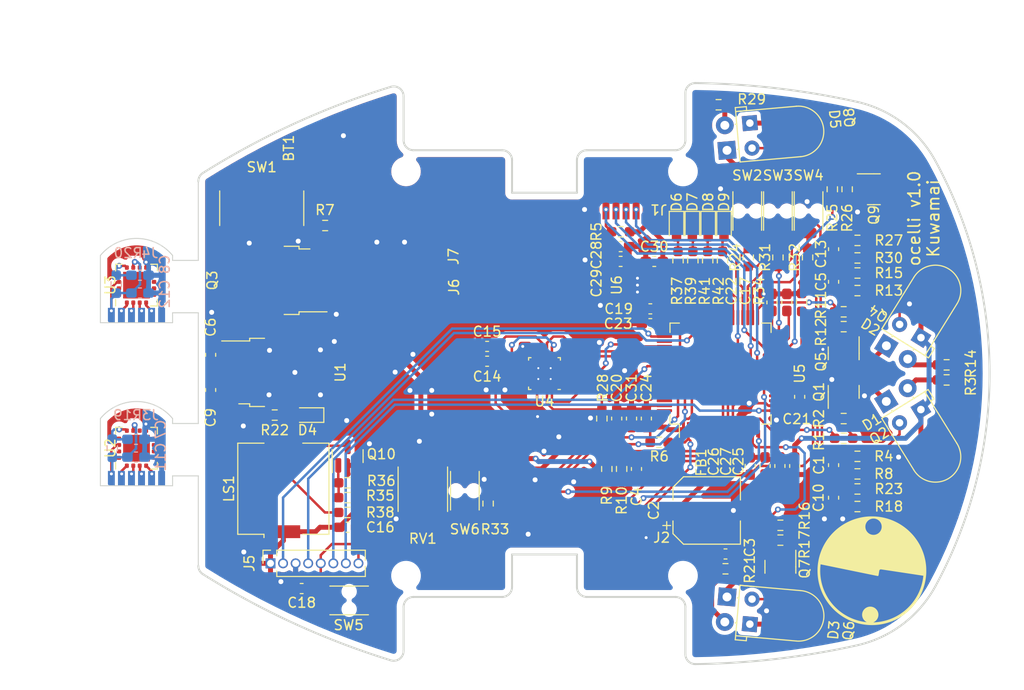
<source format=kicad_pcb>
(kicad_pcb (version 20211014) (generator pcbnew)
  (layers (0 "F.Cu" signal) (31 "B.Cu" signal) (34 "B.Paste" user) (35 "F.Paste" user) (36 "B.SilkS" user "B.Silkscreen") (37 "F.SilkS" user "F.Silkscreen") (38 "B.Mask" user) (39 "F.Mask" user) (44 "Edge.Cuts" user))
  (net 0 "")
  (net 1 "Net-(BT1-Pad1)")
  (net 2 "GND")
  (net 3 "Net-(C1-Pad1)")
  (net 4 "RIGHT_SIDE_AD")
  (net 5 "+3.3V")
  (net 6 "VBAT_AD")
  (net 7 "Net-(C5-Pad1)")
  (net 8 "LEFT_SIDE_AD")
  (net 9 "+BATT")
  (net 10 "GND_L")
  (net 11 "Net-(C7-Pad2)")
  (net 12 "GND_R")
  (net 13 "Net-(C8-Pad2)")
  (net 14 "Net-(C10-Pad1)")
  (net 15 "RIGHT_FRONT_AD")
  (net 16 "VDD_L")
  (net 17 "VDD_R")
  (net 18 "Net-(C13-Pad1)")
  (net 19 "LEFT_FRONT_AD")
  (net 20 "Net-(C15-Pad1)")
  (net 21 "Net-(C17-Pad1)")
  (net 22 "NRST")
  (net 23 "Net-(C19-Pad1)")
  (net 24 "+3.3VA")
  (net 25 "Net-(D1-Pad1)")
  (net 26 "Net-(D1-Pad2)")
  (net 27 "Net-(D2-Pad1)")
  (net 28 "Net-(D2-Pad2)")
  (net 29 "Net-(D3-Pad1)")
  (net 30 "Net-(D3-Pad2)")
  (net 31 "Net-(D4-Pad2)")
  (net 32 "Net-(D6-Pad2)")
  (net 33 "Net-(D7-Pad2)")
  (net 34 "Net-(D8-Pad2)")
  (net 35 "Net-(D9-Pad2)")
  (net 36 "SPI2_MOSI")
  (net 37 "SPI2_MISO")
  (net 38 "SPI2_SCLK")
  (net 39 "SPI2_CS0")
  (net 40 "SPI2_CS1")
  (net 41 "ENC_MOSI_L")
  (net 42 "ENC_MISO_L")
  (net 43 "ENC_SCLK_L")
  (net 44 "ENC_CS_L")
  (net 45 "ENC_MOSI_R")
  (net 46 "ENC_MISO_R")
  (net 47 "ENC_SCLK_R")
  (net 48 "ENC_CS_R")
  (net 49 "SWCLK")
  (net 50 "SWDIO")
  (net 51 "SWO")
  (net 52 "UART_RX")
  (net 53 "UART_TX")
  (net 54 "RIGHT_MOTOR+")
  (net 55 "RIGHT_MOTOR-")
  (net 56 "LEFT_MOTOR+")
  (net 57 "LEFT_MOTOR-")
  (net 58 "Net-(LS1-Pad2)")
  (net 59 "Net-(Q1-Pad1)")
  (net 60 "Net-(Q3-Pad1)")
  (net 61 "Net-(Q5-Pad1)")
  (net 62 "Net-(Q7-Pad1)")
  (net 63 "Net-(Q9-Pad1)")
  (net 64 "Net-(Q10-Pad1)")
  (net 65 "RIGHT_SIDE_IR")
  (net 66 "LEFT_SIDE_IR")
  (net 67 "RIGHT_FRONT_IR")
  (net 68 "SW_0")
  (net 69 "LEFT_FRONT_IR")
  (net 70 "SPI1_CS")
  (net 71 "SW_1")
  (net 72 "SW_2")
  (net 73 "BOOT")
  (net 74 "Net-(R34-Pad1)")
  (net 75 "Net-(R35-Pad2)")
  (net 76 "LED0")
  (net 77 "LED1")
  (net 78 "LED2")
  (net 79 "LED3")
  (net 80 "BUZZER")
  (net 81 "unconnected-(SW1-Pad3)")
  (net 105 "SPI1_MISO")
  (net 113 "SPI1_SCLK")
  (net 114 "SPI1_MOSI")
  (net 119 "PWM_L")
  (net 120 "PWM_R")
  (net 121 "DIR_L")
  (net 122 "DIR_R")
  (net 134 "Net-(D5-Pad1)")
  (net 135 "Net-(D5-Pad2)")
  (footprint "ocelli_lib:TVAF06-A020B-R" (layer "F.Cu") (at 167.6 84 90)
    (fp_text reference "SW3")
    (fp_text value "TVAF06-A020B-R")
  )
  (footprint "Resistor_SMD:R_0603_1608Metric_Pad0.98x0.95mm_HandSolder" (layer "F.Cu") (at 174.25 95.7 180)
    (fp_text reference "R12")
    (fp_text value "47k")
  )
  (footprint "ocelli_lib:pad_01x02" (layer "F.Cu") (at 120.912 77.65 90)
    (fp_text reference "BT1")
    (fp_text value "Lipo 1cell 3.7V")
  )
  (footprint "Capacitor_SMD:C_0603_1608Metric_Pad1.08x0.95mm_HandSolder" (layer "F.Cu") (at 155.1 89.1)
    (fp_text reference "C30")
    (fp_text value "0.1u")
  )
  (footprint "Resistor_SMD:R_0603_1608Metric_Pad0.98x0.95mm_HandSolder" (layer "F.Cu") (at 167.85 115.8 180)
    (fp_text reference "R16")
    (fp_text value "100")
  )
  (footprint "Package_TO_SOT_SMD:TO-252-2" (layer "F.Cu") (at 116.664 100.33)
    (fp_text reference "U1")
    (fp_text value "NJM2845DL1-33")
  )
  (footprint "Capacitor_SMD:C_0603_1608Metric_Pad1.08x0.95mm_HandSolder" (layer "F.Cu") (at 154.7 93.9 180)
    (fp_text reference "C19")
    (fp_text value "2.2u")
  )
  (footprint "Resistor_SMD:R_0603_1608Metric_Pad0.98x0.95mm_HandSolder" (layer "F.Cu") (at 174.25 105)
    (fp_text reference "R2")
    (fp_text value "47k")
  )
  (footprint "Resistor_SMD:R_0603_1608Metric_Pad0.98x0.95mm_HandSolder" (layer "F.Cu") (at 164.6 88.7 90)
    (fp_text reference "R24")
    (fp_text value "10k")
  )
  (footprint "Capacitor_SMD:C_0603_1608Metric_Pad1.08x0.95mm_HandSolder" (layer "F.Cu") (at 138.2 97.7 180)
    (fp_text reference "C15")
    (fp_text value "0.1u")
  )
  (footprint "ocelli_lib:ST-1KL3A" (layer "F.Cu") (at 179.896727 105.427328 31.8)
    (fp_text reference "Q2")
    (fp_text value "ST-1KL3A")
  )
  (footprint "Capacitor_SMD:C_0603_1608Metric_Pad1.08x0.95mm_HandSolder" (layer "F.Cu") (at 151.7 87.6 180)
    (fp_text reference "C28")
    (fp_text value "10u")
  )
  (footprint "Package_QFP:LQFP-64_10x10mm_P0.5mm" (layer "F.Cu") (at 161.8 100.45 90)
    (fp_text reference "U5")
    (fp_text value "STM32F405RGTx")
  )
  (footprint "Resistor_SMD:R_0603_1608Metric_Pad0.98x0.95mm_HandSolder" (layer "F.Cu") (at 167.85 117.3 180)
    (fp_text reference "R17")
    (fp_text value "47k")
  )
  (footprint "ocelli_lib:encoder_board_pad" (layer "F.Cu") (at 151.74 117.05)
    (fp_text reference "J2")
    (fp_text value "Conn_01x06")
  )
  (footprint "ocelli_lib:ST4ETB103" (layer "F.Cu") (at 131.7 112.15)
    (fp_text reference "RV1")
    (fp_text value "10k 1/4W 20%")
  )
  (footprint "ocelli_lib:SSSS213202" (layer "F.Cu") (at 115.412 83.72 180)
    (fp_text reference "SW1")
    (fp_text value "SW_SPDT")
  )
  (footprint "LED_THT:LED_D5.0mm_Horizontal_O1.27mm_Z3.0mm" (layer "F.Cu") (at 162.453152 77.860171 95)
    (fp_text reference "D5")
    (fp_text value "OS5RKA5111A")
  )
  (footprint "Resistor_SMD:R_0603_1608Metric_Pad0.98x0.95mm_HandSolder" (layer "F.Cu") (at 174.6 81.8 -90)
    (fp_text reference "R26")
    (fp_text value "47k")
  )
  (footprint "ocelli_lib:DRV8835" (layer "F.Cu") (at 153.4 91.5)
    (fp_text reference "U6")
    (fp_text value "DRV8835")
  )
  (footprint "Connector_PinSocket_1.27mm:PinSocket_1x08_P1.27mm_Vertical" (layer "F.Cu") (at 116.3 119.65 90)
    (fp_text reference "J5")
    (fp_text value "Conn_01x08")
  )
  (footprint "Package_TO_SOT_SMD:SOT-23" (layer "F.Cu") (at 167.85 120 -90)
    (fp_text reference "Q7")
    (fp_text value "BSS138")
  )
  (footprint "Resistor_SMD:R_0603_1608Metric_Pad0.98x0.95mm_HandSolder" (layer "F.Cu") (at 151.8 110.1 -90)
    (fp_text reference "R10")
    (fp_text value "2k")
  )
  (footprint "Capacitor_SMD:C_0603_1608Metric_Pad1.08x0.95mm_HandSolder" (layer "F.Cu") (at 168.5 93.25 90)
    (fp_text reference "C17")
    (fp_text value "2.2u")
  )
  (footprint "Resistor_SMD:R_0603_1608Metric_Pad0.98x0.95mm_HandSolder" (layer "F.Cu") (at 175.641 110.6)
    (fp_text reference "R8")
    (fp_text value "10k")
  )
  (footprint "ocelli_lib:TVAF06-A020B-R" (layer "F.Cu") (at 170.7 84 90)
    (fp_text reference "SW4")
    (fp_text value "TVAF06-A020B-R")
  )
  (footprint "Capacitor_SMD:C_0603_1608Metric_Pad1.08x0.95mm_HandSolder" (layer "F.Cu") (at 151.7 89.1 180)
    (fp_text reference "C29")
    (fp_text value "0.1u")
  )
  (footprint "Capacitor_SMD:C_0603_1608Metric_Pad1.08x0.95mm_HandSolder" (layer "F.Cu") (at 167.8 109.8 -90)
    (fp_text reference "C27")
    (fp_text value "1u")
  )
  (footprint "Resistor_SMD:R_0603_1608Metric_Pad0.98x0.95mm_HandSolder" (layer "F.Cu") (at 159 89 90)
    (fp_text reference "R39")
    (fp_text value "1k")
  )
  (footprint "MountingHole:MountingHole_2.2mm_M2" (layer "F.Cu") (at 158 120.9)
    (fp_text reference "REF**" hide)
    (fp_text value "MountingHole_2.2mm_M2")
  )
  (footprint "Capacitor_SMD:C_0603_1608Metric_Pad1.08x0.95mm_HandSolder" (layer "F.Cu") (at 173.228 113.013 90)
    (fp_text reference "C10")
    (fp_text value "0.01u 5%")
  )
  (footprint "Resistor_SMD:R_0603_1608Metric_Pad0.98x0.95mm_HandSolder" (layer "F.Cu") (at 155.6 107.4 180)
    (fp_text reference "R6")
    (fp_text value "10k")
  )
  (footprint "Capacitor_SMD:C_0603_1608Metric_Pad1.08x0.95mm_HandSolder" (layer "F.Cu") (at 169.799 102.8 90)
    (fp_text reference "C21")
    (fp_text value "0.1u")
  )
  (footprint "Package_TO_SOT_SMD:SOT-23" (layer "F.Cu") (at 174.25 102.3 90)
    (fp_text reference "Q1")
    (fp_text value "BSS138")
  )
  (footprint "Capacitor_SMD:C_0603_1608Metric_Pad1.08x0.95mm_HandSolder" (layer "F.Cu") (at 166.3 109.8 -90)
    (fp_text reference "C26")
    (fp_text value "0.1u")
  )
  (footprint "ocelli_lib:ST-1KL3A" (layer "F.Cu") (at 164.983487 77.638796 95)
    (fp_text reference "Q8")
    (fp_text value "ST-1KL3A")
  )
  (footprint "LED_THT:LED_D5.0mm_Horizontal_O1.27mm_Z3.0mm" (layer "F.Cu") (at 162.230905 125.580127 85)
    (fp_text reference "D3")
    (fp_text value "OS5RKA5111A")
  )
  (footprint "Capacitor_SMD:C_0603_1608Metric_Pad1.08x0.95mm_HandSolder" (layer "F.Cu") (at 151.3 105 -90)
    (fp_text reference "C20")
    (fp_text value "4.7u")
  )
  (footprint "Capacitor_SMD:C_0603_1608Metric_Pad1.08x0.95mm_HandSolder" (layer "F.Cu") (at 173.228 91.164 90)
    (fp_text reference "C5")
    (fp_text value "0.01u 5%")
  )
  (footprint "ocelli_lib:ST-1KL3A" (layer "F.Cu") (at 164.76124 125.801503 85)
    (fp_text reference "Q6")
    (fp_text value "ST-1KL3A")
  )
  (footprint "Resistor_SMD:R_0603_1608Metric_Pad0.98x0.95mm_HandSolder" (layer "F.Cu") (at 175.641 86.975)
    (fp_text reference "R27")
    (fp_text value "1k")
  )
  (footprint "ocelli_lib:TVAF06-A020B-R" (layer "F.Cu") (at 135.95 112.3 -90)
    (fp_text reference "SW6")
    (fp_text value "TVAF06-A020B-R")
  )
  (footprint "ocelli_lib:pad_01x02" (layer "F.Cu") (at 137.8 88.6 -90)
    (fp_text reference "J7")
    (fp_text value "Conn_01x02")
  )
  (footprint "LED_SMD:LED_0603_1608Metric_Pad1.05x0.95mm_HandSolder" (layer "F.Cu") (at 160.55 85.698 -90)
    (fp_text reference "D8")
    (fp_text value "OSYL1608C1A")
  )
  (footprint "Resistor_SMD:R_0603_1608Metric_Pad0.98x0.95mm_HandSolder" (layer "F.Cu") (at 175.641 92.053)
    (fp_text reference "R13")
    (fp_text value "1k")
  )
  (footprint "MountingHole:MountingHole_2.2mm_M2" (layer "F.Cu") (at 130 80)
    (fp_text reference "R" hide)
    (fp_text value "MountingHole_2.2mm_M2")
  )
  (footprint "Resistor_SMD:R_0603_1608Metric_Pad0.98x0.95mm_HandSolder" (layer "F.Cu") (at 157.5 89 90)
    (fp_text reference "R37")
    (fp_text value "1k")
  )
  (footprint "Resistor_SMD:R_0603_1608Metric_Pad0.98x0.95mm_HandSolder" (layer "F.Cu") (at 149.8 105 90)
    (fp_text reference "R28")
    (fp_text value "10k")
  )
  (footprint "Capacitor_SMD:C_0603_1608Metric_Pad1.08x0.95mm_HandSolder" (layer "F.Cu") (at 154.7 95.4)
    (fp_text reference "C23")
    (fp_text value "0.1u")
  )
  (footprint "Resistor_SMD:R_0603_1608Metric_Pad0.98x0.95mm_HandSolder" (layer "F.Cu") (at 184.658 101.092 180)
    (fp_text reference "R3")
    (fp_text value "10 1/8W")
  )
  (footprint "Resistor_SMD:R_0603_1608Metric_Pad0.98x0.95mm_HandSolder" (layer "F.Cu") (at 150.3 110.1 90)
    (fp_text reference "R9")
    (fp_text value "1k")
  )
  (footprint "Capacitor_SMD:C_0603_1608Metric_Pad1.08x0.95mm_HandSolder" (layer "F.Cu") (at 173.228 87.862 -90)
    (fp_text reference "C13")
    (fp_text value "0.01u 5%")
  )
  (footprint "LED_SMD:LED_0603_1608Metric_Pad1.05x0.95mm_HandSolder" (layer "F.Cu") (at 157.35 85.698 -90)
    (fp_text reference "D6")
    (fp_text value "OSBL1608C1A")
  )
  (footprint "Resistor_SMD:R_0603_1608Metric_Pad0.98x0.95mm_HandSolder" (layer "F.Cu") (at 121.8245 85.47 180)
    (fp_text reference "R7")
    (fp_text value "100k")
  )
  (footprint "MountingHole:MountingHole_2.2mm_M2" (layer "F.Cu") (at 158 80)
    (fp_text reference "REF**" hide)
    (fp_text value "MountingHole_2.2mm_M2")
  )
  (footprint "Package_TO_SOT_SMD:SOT-23" (layer "F.Cu") (at 124.1 108.8 90)
    (fp_text reference "Q10")
    (fp_text value "BSS138")
  )
  (footprint "Resistor_SMD:R_0603_1608Metric_Pad0.98x0.95mm_HandSolder" (layer "F.Cu") (at 124.1 111.5)
    (fp_text reference "R36")
    (fp_text value "47k")
  )
  (footprint "ocelli_lib:TVAF06-A020B-R" (layer "F.Cu") (at 164.5 84 90)
    (fp_text reference "SW2")
    (fp_text value "TVAF06-A020B-R")
  )
  (footprint "Resistor_SMD:R_0603_1608Metric_Pad0.98x0.95mm_HandSolder" (layer "F.Cu") (at 170.6 88.7 90)
    (fp_text reference "R32")
    (fp_text value "10k")
  )
  (footprint "Resistor_SMD:R_0603_1608Metric_Pad0.98x0.95mm_HandSolder" (layer "F.Cu") (at 116.727 104.648)
    (fp_text reference "R22")
    (fp_text value "1k")
  )
  (footprint "Capacitor_SMD:CP_Elec_6.3x7.7" (layer "F.Cu") (at 160.4 114.3)
    (fp_text reference "C2")
    (fp_text value "33u 50V 20%")
  )
  (footprint "Resistor_SMD:R_0603_1608Metric_Pad0.98x0.95mm_HandSolder" (layer "F.Cu") (at 124.1 114.5 180)
    (fp_text reference "R38")
    (fp_text value "1k")
  )
  (footprint "Buzzer_Beeper:Buzzer_Murata_PKMCS0909E" (layer "F.Cu") (at 117.6 112.1 90)
    (fp_text reference "LS1")
    (fp_text value "PKMCS0909E4000-R1")
  )
  (footprint "Capacitor_SMD:C_0603_1608Metric_Pad1.08x0.95mm_HandSolder" (layer "F.Cu") (at 124.1 116)
    (fp_text reference "C16")
    (fp_text value "0.1u")
  )
  (footprint "ocelli_lib:pad_01x02" (layer "F.Cu") (at 137.8 91.7 -90)
    (fp_text reference "J6")
    (fp_text value "Conn_01x02")
  )
  (footprint "LED_THT:LED_D5.0mm_Horizontal_O1.27mm_Z3.0mm" (layer "F.Cu") (at 180.725486 98.975139 148.2)
    (fp_text reference "D2")
    (fp_text value "OS5RKA5111A")
  )
  (footprint "Capacitor_SMD:C_0603_1608Metric_Pad1.08x0.95mm_HandSolder" (layer "F.Cu") (at 169.3 109.8 -90)
    (fp_text reference "C25")
    (fp_text value "0.01u 5%")
  )
  (footprint "Resistor_SMD:R_0603_1608Metric_Pad0.98x0.95mm_HandSolder" (layer "F.Cu") (at 151.7 86.1)
    (fp_text reference "R5")
    (fp_text value "10k")
  )
  (footprint "Package_DFN_QFN:QFN-16-1EP_4x4mm_P0.65mm_EP2.7x2.7mm_PullBack" (layer "F.Cu") (at 102.75 108 90)
    (fp_text reference "U2")
    (fp_text value "AS5055A")
  )
  (footprint "Capacitor_SMD:C_0603_1608Metric_Pad1.08x0.95mm_HandSolder" (layer "F.Cu") (at 162.3 118.7)
    (fp_text reference "C3")
    (fp_text value "0.1u")
  )
  (footprint "Resistor_SMD:R_0603_1608Metric_Pad0.98x0.95mm_HandSolder" (layer "F.Cu") (at 184.658 99.568 180)
    (fp_text reference "R14")
    (fp_text value "10 1/8W")
  )
  (footprint "Capacitor_SMD:C_0603_1608Metric_Pad1.08x0.95mm_HandSolder" (layer "F.Cu") (at 154.3 105 -90)
    (fp_text reference "C24")
    (fp_text value "0.1u")
  )
  (footprint "Capacitor_SMD:C_0603_1608Metric_Pad1.08x0.95mm_HandSolder" (layer "F.Cu") (at 110.244 98.552 -90)
    (fp_text reference "C6")
    (fp_text value "1u")
  )
  (footprint "Resistor_SMD:R_0603_1608Metric_Pad0.98x0.95mm_HandSolder" (layer "F.Cu") (at 174.25 107)
    (fp_text reference "R1")
    (fp_text value "100")
  )
  (footprint "Resistor_SMD:R_0603_1608Metric_Pad0.98x0.95mm_HandSolder" (layer "F.Cu") (at 170 93.25 90)
    (fp_text reference "R34")
    (fp_text value "10k")
  )
  (footprint "Resistor_SMD:R_0603_1608Metric_Pad0.98x0.95mm_HandSolder" (layer "F.Cu") (at 161.6 73.25)
    (fp_text reference "R29")
    (fp_text value "10 1/8W")
  )
  (footprint "Resistor_SMD:R_0603_1608Metric_Pad0.98x0.95mm_HandSolder" (layer "F.Cu") (at 167.6 88.7 90)
    (fp_text reference "R31")
    (fp_text value "10k")
  )
  (footprint "Resistor_SMD:R_0603_1608Metric_Pad0.98x0.95mm_HandSolder" (layer "F.Cu") (at 162 89 90)
    (fp_text reference "R42")
    (fp_text value "1k")
  )
  (footprint "Resistor_SMD:R_0603_1608Metric_Pad0.98x0.95mm_HandSolder" (layer "F.Cu") (at 162.3 120.2)
    (fp_text reference "R21")
    (fp_text value "10 1/8W")
  )
  (footprint "LED_SMD:LED_0603_1608Metric_Pad1.05x0.95mm_HandSolder" (layer "F.Cu") (at 158.95 85.698 -90)
    (fp_text reference "D7")
    (fp_text value "OSBL1608C1A")
  )
  (footprint "Inductor_SMD:L_0603_1608Metric_Pad1.05x0.95mm_HandSolder" (layer "F.Cu") (at 164.8 109.8 90)
    (fp_text reference "FB1")
    (fp_text value "MZ1608-102Y")
  )
  (footprint "LED_THT:LED_D5.0mm_Horizontal_O1.27mm_Z3.0mm" (layer "F.Cu") (at 178.55826 103.268599 31.8)
    (fp_text reference "D1")
    (fp_text value "OS5RKA5111A")
  )
  (footprint "LED_SMD:LED_0603_1608Metric_Pad1.05x0.95mm_HandSolder" (layer "F.Cu") (at 162.15 85.698 -90)
    (fp_text reference "D9")
    (fp_text value "OSYL1608C1A")
  )
  (footprint "Package_TO_SOT_SMD:SOT-23" (layer "F.Cu") (at 174.25 98.4 -90)
    (fp_text reference "Q5")
    (fp_text value "BSS138")
  )
  (footprint "Resistor_SMD:R_0603_1608Metric_Pad0.98x0.95mm_HandSolder" (layer "F.Cu") (at 175.641 112.124)
    (fp_text reference "R23")
    (fp_text value "10k")
  )
  (footprint "Package_TO_SOT_SMD:TO-252-2" (layer "F.Cu") (at 116.712 91.02 180)
    (fp_text reference "Q3")
    (fp_text value "TJ8S06M3L")
  )
  (footprint "Resistor_SMD:R_0603_1608Metric_Pad0.98x0.95mm_HandSolder" (layer "F.Cu") (at 124.1 113)
    (fp_text reference "R35")
    (fp_text value "100")
  )
  (footprint "ocelli_lib:encoder_board_pad" (layer "F.Cu") (at 151.74 83.85 180)
    (fp_text reference "J1")
    (fp_text value "Conn_01x06")
  )
  (footprint "Resistor_SMD:R_0603_1608Metric_Pad0.98x0.95mm_HandSolder" (layer "F.Cu") (at 175.641 108.822)
    (fp_text reference "R4")
    (fp_text value "1k")
  )
  (footprint "Package_DFN_QFN:QFN-16-1EP_4x4mm_P0.65mm_EP2.7x2.7mm_PullBack" (layer "F.Cu") (at 102.75 91.5 90)
    (fp_text reference "U3")
    (fp_text value "AS5055A")
  )
  (footprint "Resistor_SMD:R_0603_1608Metric_Pad0.98x0.95mm_HandSolder" (layer "F.Cu") (at 174.25 94.2)
    (fp_text reference "R11")
    (fp_text value "100")
  )
  (footprint "Resistor_SMD:R_0603_1608Metric_Pad0.98x0.95mm_HandSolder" (layer "F.Cu") (at 160.5 89 90)
    (fp_text reference "R41")
    (fp_text value "1k")
  )
  (footprint "Resistor_SMD:R_0603_1608Metric_Pad0.98x0.95mm_HandSolder" (layer "F.Cu") (at 173.1 81.8 -90)
    (fp_text reference "R25")
    (fp_text value "100")
  )
  (footprint "Resistor_SMD:R_0603_1608Metric_Pad0.98x0.95mm_HandSolder" (layer "F.Cu") (at 175.641 88.75)
    (fp_text reference "R30")
    (fp_text value "10k")
  )
  (footprint "Capacitor_SMD:C_0603_1608Metric_Pad1.08x0.95mm_HandSolder" (layer "F.Cu") (at 167 93.25 -90)
    (fp_text reference "C22")
    (fp_text value "0.1u")
  )
  (footprint "Resistor_SMD:R_0603_1608Metric_Pad0.98x0.95mm_HandSolder" (layer "F.Cu") (at 175.641 90.275)
    (fp_text reference "R15")
    (fp_text value "10k")
  )
  (footprint "Package_TO_SOT_SMD:SOT-23" (layer "F.Cu") (at 177.3 81.8)
    (fp_text reference "Q9")
    (fp_text value "BSS138")
  )
  (footprint "Resistor_SMD:R_0603_1608Metric_Pad0.98x0.95mm_HandSolder" (layer "F.Cu") (at 175.641 113.902)
    (fp_text reference "R18")
    (fp_text value "1k")
  )
  (footprint "Resistor_SMD:R_0603_1608Metric_Pad0.98x0.95mm_HandSolder" (layer "F.Cu") (at 138.3 113.6 90)
    (fp_text reference "R33")
    (fp_text value "10k")
  )
  (footprint "Capacitor_SMD:C_0603_1608Metric_Pad1.08x0.95mm_HandSolder" (layer "F.Cu") (at 153.3 110.1 -90)
    (fp_text reference "C4")
    (fp_text value "0.1u")
  )
  (footprint "ocelli_lib:TVAF06-A020B-R" (layer "F.Cu") (at 124.25 123.4 180)
    (fp_text reference "SW5")
    (fp_text value "TVAF06-A020B-R")
  )
  (footprint "Capacitor_SMD:C_0603_1608Metric_Pad1.08x0.95mm_HandSolder" (layer "F.Cu") (at 119.45 122.2 180)
    (fp_text reference "C18")
    (fp_text value "0.1u")
  )
  (footprint "Package_DFN_QFN:QFN-24-1EP_3x3mm_P0.4mm_EP1.75x1.6mm_ThermalVias" (layer "F.Cu") (at 144 100.45 180)
    (fp_text reference "U4")
    (fp_text value "ICM-20649")
  )
  (footprint "Capacitor_SMD:C_0603_1608Metric_Pad1.08x0.95mm_HandSolder" (layer "F.Cu") (at 138.2 99.2 180)
    (fp_text reference "C14")
    (fp_text value "0.1u")
  )
  (footprint "Capacitor_SMD:C_0603_1608Metric_Pad1.08x0.95mm_HandSolder" (layer "F.Cu") (at 173.228 109.711 -90)
    (fp_text reference "C1")
    (fp_text value "0.01u 5%")
  )
  (footprint "LED_SMD:LED_0603_1608Metric_Pad1.05x0.95mm_HandSolder" (layer "F.Cu") (at 120.029 104.648 180)
    (fp_text reference "D4")
    (fp_text value "OSBL1608C1A")
  )
  (footprint "Capacitor_SMD:C_0603_1608Metric_Pad1.08x0.95mm_HandSolder" (layer "F.Cu") (at 110.244 102.108 90)
    (fp_text reference "C9")
    (fp_text value "2.2u")
  )
  (footprint "ocelli_lib:kuwamai_icon" (layer "F.Cu") (at 177.1 120.4 90)
    (fp_text reference "G***" hide)
    (fp_text value "LOGO" hide)
  )
  (footprint "Capacitor_SMD:C_0603_1608Metric_Pad1.08x0.95mm_HandSolder" (layer "F.Cu") (at 152.8 105 -90)
    (fp_text reference "C31")
    (fp_text value "0.1u")
  )
  (footprint "MountingHole:MountingHole_2.2mm_M2" (layer "F.Cu") (at 130 120.9)
    (fp_text reference "REF**" hide)
    (fp_text value "MountingHole_2.2mm_M2")
  )
  (footprint "ocelli_lib:ST-1KL3A" (layer "F.Cu") (at 182.063955 96.816412 148.2)
    (fp_text reference "Q4")
    (fp_text value "ST-1KL3A")
  )
  (footprint "Capacitor_SMD:C_0603_1608Metric_Pad1.08x0.95mm_HandSolder" (layer "B.Cu") (at 102.7 108.9)
    (fp_text reference "C11")
    (fp_text value "0.1u")
  )
  (footprint "Resistor_SMD:R_0603_1608Metric_Pad0.98x0.95mm_HandSolder" (layer "B.Cu") (at 100.7 91.4 -90)
    (fp_text reference "R20")
    (fp_text value "15")
  )
  (footprint "Capacitor_SMD:C_0603_1608Metric_Pad1.08x0.95mm_HandSolder" (layer "B.Cu") (at 103.1 92.3)
    (fp_text reference "C12")
    (fp_text value "0.1u")
  )
  (footprint "Resistor_SMD:R_0603_1608Metric_Pad0.98x0.95mm_HandSolder" (layer "B.Cu") (at 100.3 108 -90)
    (fp_text reference "R19")
    (fp_text value "15")
  )
  (footprint "Capacitor_SMD:C_0603_1608Metric_Pad1.08x0.95mm_HandSolder" (layer "B.Cu") (at 102.7 107.1 180)
    (fp_text reference "C7")
    (fp_text value "4.7u")
  )
  (footprint "ocelli_lib:encoder_board_pad" (layer "B.Cu") (at 102.75 111.05)
    (fp_text reference "J3")
    (fp_text value "Conn_01x06")
  )
  (footprint "Capacitor_SMD:C_0603_1608Metric_Pad1.08x0.95mm_HandSolder" (layer "B.Cu") (at 103.1 90.5 180)
    (fp_text reference "C8")
    (fp_text value "4.7u")
  )
  (footprint "ocelli_lib:encoder_board_pad" (layer "B.Cu") (at 102.75 94.55)
    (fp_text reference "J4")
    (fp_text value "Conn_01x06")
  )
  (gr_line (start 106.4 89) (end 109 89) (layer "Edge.Cuts") (width 0.1))
  (gr_line locked (start 129.755809 76.85) (end 129.755809 72.393079) (layer "Edge.Cuts") (width 0.2))
  (gr_arc locked (start 183.518719 121.973728) (mid 180.197247 125.821416) (end 175.5809 127.948902) (layer "Edge.Cuts") (width 0.2))
  (gr_arc locked (start 139.7209 77.85) (mid 140.428007 78.142893) (end 140.7209 78.85) (layer "Edge.Cuts") (width 0.2))
  (gr_arc locked (start 128.461003 129.462478) (mid 118.678563 125.72725) (end 109.467779 120.746334) (layer "Edge.Cuts") (width 0.2))
  (gr_line (start 106.4 110.8) (end 109 110.8) (layer "Edge.Cuts") (width 0.1))
  (gr_line (start 99.1 111.8) (end 99.1 105) (layer "Edge.Cuts") (width 0.1))
  (gr_arc locked (start 148.2791 123.05) (mid 147.571993 122.757107) (end 147.2791 122.05) (layer "Edge.Cuts") (width 0.2))
  (gr_line locked (start 157.244191 77.85) (end 148.2791 77.85) (layer "Edge.Cuts") (width 0.2))
  (gr_line locked (start 147.2791 78.85) (end 147.2791 82.15) (layer "Edge.Cuts") (width 0.2))
  (gr_arc locked (start 109.467779 80.153666) (mid 118.67856 75.172744) (end 128.461003 71.437522) (layer "Edge.Cuts") (width 0.2))
  (gr_line locked (start 158.244191 72.056329) (end 158.244191 76.85) (layer "Edge.Cuts") (width 0.2))
  (gr_line locked (start 130.755809 123.05) (end 139.7209 123.05) (layer "Edge.Cuts") (width 0.2))
  (gr_line (start 109 94.3) (end 109 105.5) (layer "Edge.Cuts") (width 0.1))
  (gr_line (start 99.1 95.3) (end 99.1 88.5) (layer "Edge.Cuts") (width 0.1))
  (gr_line locked (start 147.2791 82.15) (end 140.7209 82.15) (layer "Edge.Cuts") (width 0.2))
  (gr_line (start 106.4 95.3) (end 99.1 95.3) (layer "Edge.Cuts") (width 0.1))
  (gr_arc (start 99.1 88.5) (mid 102.75 86.775331) (end 106.4 88.5) (layer "Edge.Cuts") (width 0.1))
  (gr_arc locked (start 159.25685 71.056409) (mid 167.467655 71.583479) (end 175.5809 72.951098) (layer "Edge.Cuts") (width 0.2))
  (gr_line (start 106.4 105.5) (end 109 105.5) (layer "Edge.Cuts") (width 0.1))
  (gr_line locked (start 140.7209 122.05) (end 140.7209 118.75) (layer "Edge.Cuts") (width 0.2))
  (gr_line locked (start 158.244191 124.05) (end 158.244191 128.843671) (layer "Edge.Cuts") (width 0.2))
  (gr_line (start 106.4 105) (end 106.4 105.5) (layer "Edge.Cuts") (width 0.1))
  (gr_arc locked (start 140.7209 122.05) (mid 140.428007 122.757107) (end 139.7209 123.05) (layer "Edge.Cuts") (width 0.2))
  (gr_arc locked (start 157.244191 123.05) (mid 157.951304 123.34289) (end 158.244191 124.05) (layer "Edge.Cuts") (width 0.2))
  (gr_arc locked (start 183.518719 78.926272) (mid 189 100.45) (end 183.518719 121.973728) (layer "Edge.Cuts") (width 0.2))
  (gr_arc locked (start 129.755809 124.05) (mid 130.048703 123.342896) (end 130.755809 123.05) (layer "Edge.Cuts") (width 0.2))
  (gr_arc locked (start 147.2791 78.85) (mid 147.571993 78.142893) (end 148.2791 77.85) (layer "Edge.Cuts") (width 0.2))
  (gr_line (start 106.4 89) (end 106.4 88.5) (layer "Edge.Cuts") (width 0.1))
  (gr_line locked (start 129.755809 128.506921) (end 129.755809 124.05) (layer "Edge.Cuts") (width 0.2))
  (gr_arc locked (start 128.461003 71.437522) (mid 129.349607 71.588471) (end 129.755809 72.393079) (layer "Edge.Cuts") (width 0.2))
  (gr_line (start 106.4 94.3) (end 109 94.3) (layer "Edge.Cuts") (width 0.1))
  (gr_arc locked (start 130.755809 77.85) (mid 130.048696 77.55711) (end 129.755809 76.85) (layer "Edge.Cuts") (width 0.2))
  (gr_line (start 109 81.000271) (end 109 89) (layer "Edge.Cuts") (width 0.1))
  (gr_arc locked (start 129.755809 128.506921) (mid 129.349602 129.311523) (end 128.461003 129.462478) (layer "Edge.Cuts") (width 0.2))
  (gr_line locked (start 148.2791 123.05) (end 157.244191 123.05) (layer "Edge.Cuts") (width 0.2))
  (gr_line locked (start 140.7209 118.75) (end 147.2791 118.75) (layer "Edge.Cuts") (width 0.2))
  (gr_arc locked (start 159.25685 129.843591) (mid 158.54159 129.555234) (end 158.244191 128.843671) (layer "Edge.Cuts") (width 0.2))
  (gr_arc locked (start 175.5809 127.948902) (mid 167.467655 129.31652) (end 159.25685 129.843591) (layer "Edge.Cuts") (width 0.2))
  (gr_line locked (start 140.7209 82.15) (end 140.7209 78.85) (layer "Edge.Cuts") (width 0.2))
  (gr_line (start 106.4 95.3) (end 106.4 94.3) (layer "Edge.Cuts") (width 0.1))
  (gr_line (start 109 110.8) (end 109 119.899729) (layer "Edge.Cuts") (width 0.1))
  (gr_arc locked (start 109.467779 120.746334) (mid 109.124712 120.383352) (end 109 119.899729) (layer "Edge.Cuts") (width 0.2))
  (gr_line (start 99.1 111.8) (end 106.4 111.8) (layer "Edge.Cuts") (width 0.1))
  (gr_arc (start 99.1 105) (mid 102.75 103.275331) (end 106.4 105) (layer "Edge.Cuts") (width 0.1))
  (gr_arc locked (start 109 81.000271) (mid 109.124725 80.516648) (end 109.467779 80.153666) (layer "Edge.Cuts") (width 0.2))
  (gr_arc locked (start 175.5809 72.951098) (mid 180.197239 75.078595) (end 183.518719 78.926272) (layer "Edge.Cuts") (width 0.2))
  (gr_arc locked (start 158.244191 72.056329) (mid 158.541569 71.344775) (end 159.25685 71.056409) (layer "Edge.Cuts") (width 0.2))
  (gr_line locked (start 147.2791 118.75) (end 147.2791 122.05) (layer "Edge.Cuts") (width 0.2))
  (gr_line (start 106.4 110.8) (end 106.4 111.8) (layer "Edge.Cuts") (width 0.1))
  (gr_line locked (start 139.7209 77.85) (end 130.755809 77.85) (layer "Edge.Cuts") (width 0.2))
  (gr_arc locked (start 158.244191 76.85) (mid 157.951297 77.557104) (end 157.244191 77.85) (layer "Edge.Cuts") (width 0.2))
  (gr_text "ocelli v1.0\nKuwamai" (at 182.35 84.75 90) (layer "F.SilkS") (effects (font (size 1.2 1.2) (thickness 0.17))))
  (segment (start 120.912 85.47) (end 120.912 88.74) (width 2) (layer "F.Cu") (net 1))
  (segment (start 120.912 78.92) (end 120.912 85.47) (width 2) (layer "F.Cu") (net 1))
  (segment (start 113.3925 101.2455) (end 114.308 100.33) (width 0.25) (layer "F.Cu") (net 2))
  (segment (start 164.7 103.45) (end 163.55 104.6) (width 0.25) (layer "F.Cu") (net 2))
  (segment (start 174.6 82.7125) (end 176.325 82.7125) (width 0.25) (layer "F.Cu") (net 2))
  (segment (start 141.8 97.7) (end 142.923008 97.7) (width 0.25) (layer "F.Cu") (net 2))
  (segment (start 153.4 91.5) (end 153.4 90.8) (width 0.25) (layer "F.Cu") (net 2))
  (segment (start 143.3 104.8) (end 143.25 104.75) (width 0.25) (layer "F.Cu") (net 2))
  (segment (start 143.25 104.75) (end 143.25 102.3875) (width 0.25) (layer "F.Cu") (net 2))
  (segment (start 154.7375 103.7) (end 154.3 104.1375) (width 0.25) (layer "F.Cu") (net 2))
  (segment (start 167.475 103.7) (end 169.7615 103.7) (width 0.25) (layer "F.Cu") (net 2))
  (segment (start 166.634315 103.7) (end 167.475 103.7) (width 0.25) (layer "F.Cu") (net 2))
  (segment (start 176.5535 88.75) (end 176.5535 90.275) (width 0.25) (layer "F.Cu") (net 2))
  (segment (start 153.4 89.9375) (end 154.2375 89.1) (width 0.25) (layer "F.Cu") (net 2))
  (segment (start 121.35 102.6) (end 120.9 103.05) (width 0.25) (layer "F.Cu") (net 2))
  (segment (start 152.45 92.75) (end 152.45 93.5) (width 0.25) (layer "F.Cu") (net 2))
  (segment (start 169.7615 103.7) (end 169.799 103.6625) (width 0.25) (layer "F.Cu") (net 2))
  (segment (start 167.8 110.8625) (end 169.3 110.8625) (width 0.25) (layer "F.Cu") (net 2))
  (segment (start 153.4 92.6) (end 153.25 92.75) (width 0.25) (layer "F.Cu") (net 2))
  (segment (start 167 92.3875) (end 168.5 92.3875) (width 0.25) (layer "F.Cu") (net 2))
  (segment (start 173.3 97.4625) (end 173.3 95.7375) (width 0.25) (layer "F.Cu") (net 2))
  (segment (start 163.55 104.6) (end 163.55 106.125) (width 0.25) (layer "F.Cu") (net 2))
  (segment (start 153.4 92.2) (end 153.4 91.5) (width 0.25) (layer "F.Cu") (net 2))
  (segment (start 166.384315 103.45) (end 166.634315 103.7) (width 0.25) (layer "F.Cu") (net 2))
  (segment (start 114.308 100.33) (end 118.764 100.33) (width 2) (layer "F.Cu") (net 2))
  (segment (start 176.5535 112.124) (end 176.5535 113.902) (width 0.25) (layer "F.Cu") (net 2))
  (segment (start 120.9 104.644) (end 120.904 104.648) (width 0.25) (layer "F.Cu") (net 2))
  (segment (start 124.93 100.33) (end 124.95 100.35) (width 2) (layer "F.Cu") (net 2))
  (segment (start 154.2375 89.1) (end 152.5625 89.1) (width 0.25) (layer "F.Cu") (net 2))
  (segment (start 166.2125 92.3875) (end 167 92.3875) (width 0.25) (layer "F.Cu") (net 2))
  (segment (start 166.306 110.8445) (end 167.83 110.8445) (width 0.25) (layer "F.Cu") (net 2))
  (segment (start 142.923008 97.7) (end 143.25 98.026992) (width 0.25) (layer "F.Cu") (net 2))
  (segment (start 169.95 92.3875) (end 170 92.3375) (width 0.25) (layer "F.Cu") (net 2))
  (segment (start 166.2 92.4) (end 166.2125 92.3875) (width 0.25) (layer "F.Cu") (net 2))
  (segment (start 156.125 103.7) (end 154.7375 103.7) (width 0.25) (layer "F.Cu") (net 2))
  (segment (start 110.244 101.2455) (end 113.3925 101.2455) (width 0.25) (layer "F.Cu") (net 2))
  (segment (start 176.5535 108.822) (end 176.5535 110.6) (width 0.25) (layer "F.Cu") (net 2))
  (segment (start 168.5 92.3875) (end 169.95 92.3875) (width 0.25) (layer "F.Cu") (net 2))
  (segment (start 120.912 76.38) (end 123.67 76.38) (width 1) (layer "F.Cu") (net 2))
  (segment (start 153.4 90.8) (end 153.4 89.9375) (width 0.25) (layer "F.Cu") (net 2))
  (segment (start 118.5875 122.9375) (end 119.05 123.4) (width 0.25) (layer "F.Cu") (net 2))
  (segment (start 120.9 103.05) (end 120.9 104.644) (width 0.25) (layer "F.Cu") (net 2))
  (segment (start 113.3925 99.4145) (end 114.308 100.33) (width 0.25) (layer "F.Cu") (net 2))
  (segment (start 153.25 92.75) (end 152.45 92.75) (width 0.25) (layer "F.Cu") (net 2))
  (segment (start 176.325 82.7125) (end 176.3625 82.75) (width 0.25) (layer "F.Cu") (net 2))
  (segment (start 176.5535 110.6) (end 176.5535 112.124) (width 0.25) (layer "F.Cu") (net 2))
  (segment (start 110.244 99.4145) (end 113.3925 99.4145) (width 0.25) (layer "F.Cu") (net 2))
  (segment (start 176.5535 90.275) (end 176.5535 92.053) (width 0.25) (layer "F.Cu") (net 2))
  (segment (start 164.7 103.45) (end 166.384315 103.45) (width 0.25) (layer "F.Cu") (net 2))
  (segment (start 119.05 123.4) (end 122.025 123.4) (width 0.25) (layer "F.Cu") (net 2))
  (segment (start 118.764 100.33) (end 124.93 100.33) (width 2) (layer "F.Cu") (net 2))
  (segment (start 173.3 95.7375) (end 173.3375 95.7) (width 0.25) (layer "F.Cu") (net 2))
  (segment (start 143.25 98.026992) (end 143.25 98.5125) (width 0.25) (layer "F.Cu") (net 2))
  (segment (start 142.0625 101.7) (end 142.1 101.7375) (width 0.25) (layer "F.Cu") (net 2))
  (segment (start 176.5535 86.975) (end 176.5535 88.75) (width 0.25) (layer "F.Cu") (net 2))
  (segment (start 175.2 105.1625) (end 175.1625 105.2) (width 0.25) (layer "F.Cu") (net 2))
  (segment (start 118.5875 122.2) (end 118.5875 122.9375) (width 0.25) (layer "F.Cu") (net 2))
  (segment (start 152.45 93.5) (end 152.85 93.9) (width 0.25) (layer "F.Cu") (net 2))
  (segment (start 175.2 103.4375) (end 175.2 105.1625) (width 0.25) (layer "F.Cu") (net 2))
  (segment (start 152.5625 87.6) (end 152.5625 89.1) (width 0.25) (layer "F.Cu") (net 2))
  (segment (start 152.85 93.9) (end 153.8375 93.9) (width 0.25) (layer "F.Cu") (net 2))
  (segment (start 153.4 92.2) (end 153.4 92.6) (width 0.25) (layer "F.Cu") (net 2))
  (segment (start 142.1 101.7375) (end 142.1 103.7) (width 0.25) (layer "F.Cu") (net 2))
  (via (at 130.4 102.15) (size 0.8) (drill 0.5) (layers "F.Cu" "B.Cu") (net 2))
  (via (at 153.4 91.5) (size 0.6) (drill 0.3) (layers "F.Cu" "B.Cu") (net 2))
  (via (at 167.45 105.15) (size 0.8) (drill 0.5) (layers "F.Cu" "B.Cu") (net 2))
  (via (at 152.1 100.15) (size 0.8) (drill 0.5) (layers "F.Cu" "B.Cu") (net 2))
  (via (at 121.35 102.6) (size 0.8) (drill 0.5) (layers "F.Cu" "B.Cu") (net 2))
  (via (at 129 115.15) (size 0.8) (drill 0.5) (layers "F.Cu" "B.Cu") (net 2))
  (via (at 127.05 87.15) (size 0.8) (drill 0.5) (layers "F.Cu" "B.Cu") (net 2))
  (via (at 110.35 94.25) (size 0.8) (drill 0.5) (layers "F.Cu" "B.Cu") (net 2))
  (via (at 131.35 107.3) (size 0.8) (drill 0.5) (layers "F.Cu" "B.Cu") (net 2))
  (via (at 174.15 115.15) (size 0.8) (drill 0.5) (layers "F.Cu" "B.Cu") (net 2))
  (via (at 148.65 104.95) (size 0.8) (drill 0.5) (layers "F.Cu" "B.Cu") (net 2))
  (via (at 141.8 97.7) (size 0.6) (drill 0.3) (layers "F.Cu" "B.Cu") (net 2))
  (via (at 153.4 90.8) (size 0.6) (drill 0.3) (layers "F.Cu" "B.Cu") (net 2))
  (via (at 170.55 83.05) (size 0.8) (drill 0.5) (layers "F.Cu" "B.Cu") (net 2))
  (via (at 172.3 115.15) (size 0.8) (drill 0.5) (layers "F.Cu" "B.Cu") (net 2))
  (via (at 132.6 102.15) (size 0.8) (drill 0.5) (layers "F.Cu" "B.Cu") (net 2))
  (via (at 143.95 108.3) (size 0.8) (drill 0.5) (layers "F.Cu" "B.Cu") (net 2))
  (via (at 180.9 93.4) (size 0.8) (drill 0.5) (layers "F.Cu" "B.Cu") (net 2))
  (via (at 119.1 87.05) (size 0.8) (drill 0.5) (layers "F.Cu" "B.Cu") (net 2))
  (via (at 166.45 124.45) (size 0.8) (drill 0.5) (layers "F.Cu" "B.Cu") (net 2))
  (via (at 114.15 87.25) (size 0.8) (drill 0.5) (layers "F.Cu" "B.Cu") (net 2))
  (via (at 140 102.1) (size 0.8) (drill 0.5) (layers "F.Cu" "B.Cu") (net 2))
  (via (at 129.85 87.15) (size 0.8) (drill 0.5) (layers "F.Cu" "B.Cu") (net 2))
  (via (at 124 105.2) (size 0.8) (drill 0.5) (layers "F.Cu" "B.Cu") (net 2))
  (via (at 130.7 98.5) (size 0.8) (drill 0.5) (layers "F.Cu" "B.Cu") (net 2))
  (via (at 117.35 121.5) (size 0.8) (drill 0.5) (layers "F.Cu" "B.Cu") (net 2))
  (via (at 113.6 118.5) (size 0.8) (drill 0.5) (layers "F.Cu" "B.Cu") (net 2))
  (via (at 148.1 88.95) (size 0.8) (drill 0.5) (layers "F.Cu" "B.Cu") (net 2))
  (via (at 116.15 102.6) (size 0.8) (drill 0.5) (layers "F.Cu" "B.Cu") (net 2))
  (via (at 173.05 101.05) (size 0.8) (drill 0.5) (layers "F.Cu" "B.Cu") (net 2))
  (via (at 118.764 100.33) (size 0.8) (drill 0.5) (layers "F.Cu" "B.Cu") (net 2))
  (via (at 164.7 103.45) (size 0.8) (drill 0.5) (layers "F.Cu" "B.Cu") (net 2))
  (via (at 142.35 116.7) (size 0.8) (drill 0.5) (layers "F.Cu" "B.Cu") (net 2))
  (via (at 143.05 111.2) (size 0.8) (drill 0.5) (layers "F.Cu" "B.Cu") (net 2))
  (via (at 172.15 98) (size 0.6) (drill 0.3) (layers "F.Cu" "B.Cu") (net 2))
  (via (at 128.9 100.3) (size 0.8) (drill 0.5) (layers "F.Cu" "B.Cu") (net 2))
  (via (at 122.95 94.45) (size 0.8) (drill 0.5) (layers "F.Cu" "B.Cu") (net 2))
  (via (at 153.4 92.2) (size 0.6) (drill 0.3) (layers "F.Cu" "B.Cu") (net 2))
  (via (at 116.2 98.1) (size 0.8) (drill 0.5) (layers "F.Cu" "B.Cu") (net 2))
  (via (at 154.2755 117.05) (size 0.6) (drill 0.3) (layers "F.Cu" "B.Cu") (net 2))
  (via (at 179.8 108.9) (size 0.8) (drill 0.5) (layers "F.Cu" "B.Cu") (net 2))
  (via (at 121.35 98.05) (size 0.8) (drill 0.5) (layers "F.Cu" "B.Cu") (net 2))
  (via (at 146.95 111.4) (size 0.8) (drill 0.5) (layers "F.Cu" "B.Cu") (net 2))
  (via (at 149.65 93.55) (size 0.8) (drill 0.5) (layers "F.Cu" "B.Cu") (net 2))
  (via (at 137.9 111.15) (size 0.8) (drill 0.5) (layers "F.Cu" "B.Cu") (net 2))
  (via (at 145.45 106.85) (size 0.8) (drill 0.5) (layers "F.Cu" "B.Cu") (net 2))
  (via (at 148.05 83.85) (size 0.8) (drill 0.5) (layers "F.Cu" "B.Cu") (net 2))
  (via (at 132.6 104.55) (size 0.8) (drill 0.5) (layers "F.Cu" "B.Cu") (net 2))
  (via (at 126.3 107.55) (size 0.8) (drill 0.5) (layers "F.Cu" "B.Cu") (net 2))
  (via (at 113.55 105.75) (size 0.8) (drill 0.5) (layers "F.Cu" "B.Cu") (net 2))
  (via (at 166.2 92.4) (size 0.6) (drill 0.3) (layers "F.Cu" "B.Cu") (net 2))
  (via (at 122.75 97.2) (size 0.8) (drill 0.5) (layers "F.Cu" "B.Cu") (net 2))
  (via (at 143.3 104.8) (size 0.6) (drill 0.3) (layers "F.Cu" "B.Cu") (net 2))
  (via (at 175.65 84.1) (size 0.8) (drill 0.5) (layers "F.Cu" "B.Cu") (net 2))
  (via (at 123.67 76.38) (size 0.8) (drill 0.5) (layers "F.Cu" "B.Cu") (net 2))
  (via (at 163.1 114.3) (size 0.8) (drill 0.5) (layers "F.Cu" "B.Cu") (net 2))
  (via (at 149.55 97.3) (size 0.8) (drill 0.5) (layers "F.Cu" "B.Cu") (net 2))
  (via (at 161.8 81.75) (size 0.8) (drill 0.5) (layers "F.Cu" "B.Cu") (net 2))
  (via (at 138.1 102.1) (size 0.8) (drill 0.5) (layers "F.Cu" "B.Cu") (net 2))
  (via (at 176.35 102.7) (size 0.8) (drill 0.5) (layers "F.Cu" "B.Cu") (net 2))
  (segment (start 175 108) (end 178.5 108) (width 0.25) (layer "F.Cu") (net 3))
  (segment (start 178.5 108) (end 179.896727 106.603273) (width 0.25) (layer "F.Cu") (net 3))
  (segment (start 174.702 108.8485) (end 174.7285 108.822) (width 0.25) (layer "F.Cu") (net 3))
  (segment (start 174.7285 108.2715) (end 175 108) (width 0.25) (layer "F.Cu") (net 3))
  (segment (start 173.228 108.8485) (end 174.702 108.8485) (width 0.25) (layer "F.Cu") (net 3))
  (segment (start 174.7285 108.822) (end 174.7285 108.2715) (width 0.25) (layer "F.Cu") (net 3))
  (segment (start 179.896727 106.603273) (end 179.896727 105.427328) (width 0.25) (layer "F.Cu") (net 3))
  (segment (start 174.702 110.5735) (end 174.7285 110.6) (width 0.25) (layer "F.Cu") (net 4))
  (segment (start 172.05 101.4) (end 170.85 100.2) (width 0.25) (layer "F.Cu") (net 4))
  (segment (start 173.228 110.5735) (end 172.8235 110.5735) (width 0.25) (layer "F.Cu") (net 4))
  (segment (start 173.228 110.5735) (end 174.702 110.5735) (width 0.25) (layer "F.Cu") (net 4))
  (segment (start 170.85 100.2) (end 167.475 100.2) (width 0.25) (layer "F.Cu") (net 4))
  (segment (start 172.8235 110.5735) (end 172.05 109.8) (width 0.25) (layer "F.Cu") (net 4))
  (segment (start 172.05 109.8) (end 172.05 101.4) (width 0.25) (layer "F.Cu") (net 4))
  (segment (start 112.464 118.964) (end 113.15 119.65) (width 0.5) (layer "F.Cu") (net 5))
  (segment (start 169 85.7) (end 169 88.8) (width 0.25) (layer "F.Cu") (net 5))
  (segment (start 127.7 124.45) (end 127.7 119.2) (width 0.5) (layer "F.Cu") (net 5))
  (segment (start 121.3 116) (end 123.2375 116) (width 0.5) (layer "F.Cu") (net 5))
  (segment (start 154.6875 107.4) (end 154.6875 106.25) (width 0.25) (layer "F.Cu") (net 5))
  (segment (start 149.85 105.8625) (end 149.8 105.9125) (width 0.5) (layer "F.Cu") (net 5))
  (segment (start 116.3 119.65) (end 116.3 122.2) (width 0.5) (layer "F.Cu") (net 5))
  (segment (start 125.0125 114.5) (end 127.1 114.5) (width 0.5) (layer "F.Cu") (net 5))
  (segment (start 121.930598 125.6) (end 126.55 125.6) (width 0.5) (layer "F.Cu") (net 5))
  (segment (start 154.28 85.425) (end 153.605 86.1) (width 0.5) (layer "F.Cu") (net 5))
  (segment (start 171.4 85.2) (end 169.5 85.2) (width 0.25) (layer "F.Cu") (net 5))
  (segment (start 113.284 104.648) (end 115.8145 104.648) (width 0.5) (layer "F.Cu") (net 5))
  (segment (start 171.15 108.758) (end 171.15 102.45) (width 0.25) (layer "F.Cu") (net 5))
  (segment (start 171.9 88.5) (end 171.9 85.7) (width 0.25) (layer "F.Cu") (net 5))
  (segment (start 156.623 85.673) (end 162.827 85.673) (width 0.25) (layer "F.Cu") (net 5))
  (segment (start 144.75 97.75) (end 144.75 98.5125) (width 0.25) (layer "F.Cu") (net 5))
  (segment (start 140.7 98.8) (end 140.7 97.55) (width 0.25) (layer "F.Cu") (net 5))
  (segment (start 185.5705 86.7205) (end 185.5705 99.568) (width 0.5) (layer "F.Cu") (net 5))
  (segment (start 171.15 102.45) (end 170.6375 101.9375) (width 0.25) (layer "F.Cu") (net 5))
  (segment (start 157.7 113.95) (end 157.7 114.3) (width 0.5) (layer "F.Cu") (net 5))
  (segment (start 147.8875 105.9125) (end 149.8 105.9125) (width 0.5) (layer "F.Cu") (net 5))
  (segment (start 185.5705 115.00532) (end 185.5705 101.092) (width 0.5) (layer "F.Cu") (net 5))
  (segment (start 158.575 105.025) (end 158.309315 105.025) (width 0.25) (layer "F.Cu") (net 5))
  (segment (start 167.475 103.2) (end 168.5365 103.2) (width 0.25) (layer "F.Cu") (net 5))
  (segment (start 154.28 83.85) (end 156.35 83.85) (width 0.5) (layer "F.Cu") (net 5))
  (segment (start 156.525 106.125) (end 157.95 106.125) (width 0.5) (layer "F.Cu") (net 5))
  (segment (start 120.580598 124.25) (end 121.930598 125.6) (width 0.5) (layer "F.Cu") (net 5))
  (segment (start 123.2375 116) (end 124.7375 114.5) (width 0.5) (layer "F.Cu") (net 5))
  (segment (start 163.125 72.325) (end 164.2 73.4) (width 0.5) (layer "F.Cu") (net 5))
  (segment (start 135.975 110.1) (end 138.6 110.1) (width 0.5) (layer "F.Cu") (net 5))
  (segment (start 110.244 102.9705) (end 112.1035 102.9705) (width 0.25) (layer "F.Cu") (net 5))
  (segment (start 157.1 83.1) (end 159.55 83.1) (width 0.5) (layer "F.Cu") (net 5))
  (segment (start 158.9 104.7) (end 158.575 105.025) (width 0.25) (layer "F.Cu") (net 5))
  (segment (start 167.7 95.3) (end 167.7 96) (width 0.25) (layer "F.Cu") (net 5))
  (segment (start 167.7 90.5755) (end 167.7 89.7125) (width 0.25) (layer "F.Cu") (net 5))
  (segment (start 172 73.4) (end 174.3 75.7) (width 0.5) (layer "F.Cu") (net 5))
  (segment (start 153.605 86.1) (end 152.6125 86.1) (width 0.5) (layer "F.Cu") (net 5))
  (segment (start 129.1 117.8) (end 149.2 117.8) (width 0.5) (layer "F.Cu") (net 5))
  (segment (start 158.9 100.8) (end 158.9 104.7) (width 0.25) (layer "F.Cu") (net 5))
  (segment (start 135.95 110.075) (end 135.975 110.1) (width 0.5) (layer "F.Cu") (net 5))
  (segment (start 164.8 110.675) (end 160.975 110.675) (width 0.5) (layer "F.Cu") (net 5))
  (segment (start 151.136827 120.2) (end 154.9 120.2) (width 0.5) (layer "F.Cu") (net 5))
  (segment (start 166.7 85.2) (end 168.5 85.2) (width 0.25) (layer "F.Cu") (net 5))
  (segment (start 149.2 118.263173) (end 151.136827 120.2) (width 0.5) (layer "F.Cu") (net 5))
  (segment (start 154.9 120.2) (end 157.7 117.4) (width 0.5) (layer "F.Cu") (net 5))
  (segment (start 157.7 117.4) (end 157.7 114.3) (width 0.5) (layer "F.Cu") (net 5))
  (segment (start 141.5125 105.9125) (end 139.0625 103.4625) (width 0.25) (layer "F.Cu") (net 5))
  (segment (start 167 94.1125) (end 167 95.75) (width 0.25) (layer "F.Cu") (net 5))
  (segment (start 141.1 99.2) (end 142.0625 99.2) (width 0.25) (layer "F.Cu") (net 5))
  (segment (start 168.5365 103.2) (end 169.799 101.9375) (width 0.25) (layer "F.Cu") (net 5))
  (segment (start 160.975 110.675) (end 157.7 113.95) (width 0.5) (layer "F.Cu") (net 5))
  (segment (start 120.85 116.45) (end 121.3 116) (width 0.5) (layer "F.Cu") (net 5))
  (segment (start 160.05 115.2) (end 160.05 126.05) (width 0.5) (layer "F.Cu") (net 5))
  (segment (start 160.7 73.2625) (end 160.6875 73.25) (width 0.5) (layer "F.Cu") (net 5))
  (segment (start 158.05 96.1) (end 157.7 96.45) (width 0.25) (layer "F.Cu") (net 5))
  (segment (start 140.7 98.8) (end 141.1 99.2) (width 0.25) (layer "F.Cu") (net 5))
  (segment (start 138.6 110.1) (end 143.7 110.1) (width 0.5) (layer "F.Cu") (net 5))
  (segment (start 165.675 109.8) (end 170.108 109.8) (width 0.25) (layer "F.Cu") (net 5))
  (segment (start 112.464 103.828) (end 113.284 104.648) (width 0.5) (layer "F.Cu") (net 5))
  (segment (start 156.85 95.4) (end 157.475 94.775) (width 0.5) (layer "F.Cu") (net 5))
  (segment (start 156.2625 105.8625) (end 156.525 106.125) (width 0.5) (layer "F.Cu") (net 5))
  (segment (start 155.9625 89.6875) (end 155.9625 89.1) (width 0.5) (layer "F.Cu") (net 5))
  (segment (start 157.7 99.6) (end 158.9 100.8) (width 0.25) (layer "F.Cu") (net 5))
  (segment (start 154.35 90.75) (end 154.35 90.25) (width 0.25) (layer "F.Cu") (net 5))
  (segment (start 155.9625 89.1) (end 155.9625 87.0125) (width 0.5) (layer "F.Cu") (net 5))
  (segment (start 164.8 110.675) (end 165.675 109.8) (width 0.25) (layer "F.Cu") (net 5))
  (segment (start 167.475 96.225) (end 167.475 96.7) (width 0.25) (layer "F.Cu") (net 5))
  (segment (start 154.35 90.25) (end 154.35 90.675) (width 0.5) (layer "F.Cu") (net 5))
  (segment (start 132.85 111.05) (end 133.825 110.075) (width 0.5) (layer "F.Cu") (net 5))
  (segment (start 149.8 105.9125) (end 141.5125 105.9125) (width 0.25) (layer "F.Cu") (net 5))
  (segment (start 160.05 126.05) (end 161.381 127.381) (width 0.5) (layer "F.Cu") (net 5))
  (segment (start 127.1 114.5) (end 130.55 111.05) (width 0.5) (layer "F.Cu") (net 5))
  (segment (start 156.2 83.85) (end 156.25 83.9) (width 0.25) (layer "F.Cu") (net 5))
  (segment (start 144.95 97.55) (end 144.75 97.75) (width 0.25) (layer "F.Cu") (net 5))
  (segment (start 154.3 105.8625) (end 155.3375 105.8625) (width 0.5) (layer "F.Cu") (net 5))
  (segment (start 127.7 119.2) (end 129.1 117.8) (width 0.5) (layer "F.Cu") (net 5))
  (segment (start 170.6375 101.9375) (end 169.799 101.9375) (width 0.25) (layer "F.Cu") (net 5))
  (segment (start 157.7 96.45) (end 157.7 99.6) (width 0.25) (layer "F.Cu") (net 5))
  (segment (start 154.28 83.85) (end 154.28 85.425) (width 0.5) (layer "F.Cu") (net 5))
  (segment (start 167.7 89.7125) (end 167.6 89.6125) (width 0.25) (layer "F.Cu") (net 5))
  (segment (start 159.15 114.3) (end 159.95 115.1) (width 0.5) (layer "F.Cu") (net 5))
  (segment (start 116.3 122.2) (end 118.35 124.25) (width 0.5) (layer "F.Cu") (net 5))
  (segment (start 166.1 89) (end 166.1 85.8) (width 0.25) (layer "F.Cu") (net 5))
  (segment (start 158.05 105.284315) (end 158.05 106.125) (width 0.25) (layer "F.Cu") (net 5))
  (segment (start 168.5 85.2) (end 169 85.7) (width 0.25) (layer "F.Cu") (net 5))
  (segment (start 169.5 85.2) (end 169 85.7) (width 0.25) (layer "F.Cu") (net 5))
  (segment (start 158.05 94.775) (end 158.05 96.1) (width 0.25) (layer "F.Cu") (net 5))
  (segment (start 157.7 114.3) (end 159.15 114.3) (width 0.5) (layer "F.Cu") (net 5))
  (segment (start 113.15 119.65) (end 116.3 119.65) (width 0.5) (layer "F.Cu") (net 5))
  (segment (start 139.0625 99.2) (end 140.3 99.2) (width 0.25) (layer "F.Cu") (net 5))
  (segment (start 170.7875 89.6125) (end 171.9 88.5) (width 0.25) (layer "F.Cu") (net 5))
  (segment (start 168.1875 89.6125) (end 167.6 89.6125) (width 0.25) (layer "F.Cu") (net 5))
  (segment (start 112.464 102.61) (end 112.464 103.828) (width 0.5) (layer "F.Cu") (net 5))
  (segment (start 154.35 90.25) (end 155.4 90.25) (width 0.5) (layer "F.Cu") (net 5))
  (segment (start 166.1 85.8) (end 166.7 85.2) (width 0.25) (layer "F.Cu") (net 5))
  (segment (start 155.4 90.25) (end 155.9625 89.6875) (width 0.5) (layer "F.Cu") (net 5))
  (segment (start 182.2 83.35) (end 185.5705 86.7205) (width 0.5) (layer "F.Cu") (net 5))
  (segment (start 159.55 83.1) (end 160.7 81.95) (width 0.5) (layer "F.Cu") (net 5))
  (segment (start 112.464 102.61) (end 112.464 118.964) (width 0.5) (layer "F.Cu") (net 5))
  (segment (start 124.7375 114.5) (end 125.0125 114.5) (width 0.5) (layer "F.Cu") (net 5))
  (segment (start 182.2 78.85) (end 182.2 83.35) (width 0.5) (layer "F.Cu") (net 5))
  (segment (start 161.3875 118.75) (end 161.4375 118.7) (width 0.5) (layer "F.Cu") (net 5))
  (segment (start 173.19482 127.381) (end 185.5705 115.00532) (width 0.5) (layer "F.Cu") (net 5))
  (segment (start 149.2 117.8) (end 149.2 117.05) (width 0.5) (layer "F.Cu") (net 5))
  (segment (start 152.8 105.8625) (end 154.3 105.8625) (width 0.5) (layer "F.Cu") (net 5))
  (segment (start 126.55 125.6) (end 127.7 124.45) (width 0.5) (layer "F.Cu") (net 5))
  (segment (start 165.4875 89.6125) (end 166.1 89) (width 0.25) (layer "F.Cu") (net 5))
  (segment (start 155.3375 105.8625) (end 156.125 105.075) (width 0.5) (layer "F.Cu") (net 5))
  (segment (start 156.35 83.85) (end 157.1 83.1) (width 0.5) (layer "F.Cu") (net 5))
  (segment (start 167 95.75) (end 167.475 96.225) (width 0.25) (layer "F.Cu") (net 5))
  (segment (start 156.125 105.075) (end 156.125 104.3) (width 0.5) (layer "F.Cu") (net 5))
  (segment (start 151.3 105.8625) (end 149.85 105.8625) (width 0.5) (layer "F.Cu") (net 5))
  (segment (start 157.475 94.775) (end 157.95 94.775) (width 0.5) (layer "F.Cu") (net 5))
  (segment (start 117.6 117.35) (end 117.6 116.45) (width 0.5) (layer "F.Cu") (net 5))
  (segment (start 164.6 89.6125) (end 165.4875 89.6125) (width 0.25) (layer "F.Cu") (net 5))
  (segment (start 159.95 115.1) (end 160.05 115.2) (width 0.5) (layer "F.Cu") (net 5))
  (segment (start 160.6875 73.25) (end 161.6125 72.325) (width 0.5) (layer "F.Cu") (net 5))
  (segment (start 117.6 116.45) (end 120.85 116.45) (width 0.5) (layer "F.Cu") (net 5))
  (segment (start 116.3 119.65) (end 116.3 118.65) (width 0.5) (layer "F.Cu") (net 5))
  (segment (start 140.3 99.2) (end 140.7 98.8) (width 0.25) (layer "F.Cu") (net 5))
  (segment (start 185.5705 99.568) (end 185.5705 101.092) (width 0.5) (layer "F.Cu") (net 5))
  (segment (start 174.3 75.7) (end 179.05 75.7) (width 0.5) (layer "F.Cu") (net 5))
  (segment (start 155.9625 87.0125) (end 154.28 85.33) (width 0.5) (layer "F.Cu") (net 5))
  (segment (start 139.0625 103.4625) (end 139.0625 99.2) (width 0.25) (layer "F.Cu") (net 5))
  (segment (start 161.4375 116.5875) (end 159.95 115.1) (width 0.5) (layer "F.Cu") (net 5))
  (segment (start 161.4375 118.7) (end 161.4375 116.5875) (width 0.5) (layer "F.Cu") (net 5))
  (segment (start 143.7 110.1) (end 147.8875 105.9125) (width 0.5) (layer "F.Cu") (net 5))
  (segment (start 151.3 105.8625) (end 152.8 105.8625) (width 0.5) (layer "F.Cu") (net 5))
  (segment (start 162.827 85.673) (end 163.35 85.15) (width 0.25) (layer "F.Cu") (net 5))
  (segment (start 118.35 124.25) (end 120.580598 124.25) (width 0.5) (layer "F.Cu") (net 5))
  (segment (start 116.3 118.65) (end 117.6 117.35) (width 0.5) (layer "F.Cu") (net 5))
  (segment (start 167.7 96) (end 167.475 96.225) (width 0.25) (layer "F.Cu") (net 5))
  (segment (start 155.5625 95.4) (end 156.85 95.4) (width 0.5) (layer "F.Cu") (net 5))
  (segment (start 161.381 127.381) (end 173.19482 127.381) (width 0.5) (layer "F.Cu") (net 5))
  (segment (start 161.3875 120.2) (end 161.3875 118.75) (width 0.5) (layer "F.Cu") (net 5))
  (segment (start 158.309315 105.025) (end 158.05 105.284315) (width 0.25) (layer "F.Cu") (net 5))
  (segment (start 171.9 85.7) (end 171.4 85.2) (width 0.25) (layer "F.Cu") (net 5))
  (segment (start 179.05 75.7) (end 182.2 78.85) (width 0.5) (layer "F.Cu") (net 5))
  (segment (start 154.3 105.8625) (end 156.2625 105.8625) (width 0.5) (layer "F.Cu") (net 5))
  (segment (start 169 88.8) (end 168.1875 89.6125) (width 0.25) (layer "F.Cu") (net 5))
  (segment (start 170.108 109.8) (end 171.15 108.758) (width 0.25) (layer "F.Cu") (net 5))
  (segment (start 163.35 85.15) (end 165.45 85.15) (width 0.25) (layer "F.Cu") (net 5))
  (segment (start 161.6125 72.325) (end 163.125 72.325) (width 0.5) (layer "F.Cu") (net 5))
  (segment (start 170.6 89.6125) (end 170.7875 89.6125) (width 0.25) (layer "F.Cu") (net 5))
  (segment (start 112.1035 102.9705) (end 112.464 102.61) (width 0.25) (layer "F.Cu") (net 5))
  (segment (start 154.28 85.33) (end 154.28 83.85) (width 0.5) (layer "F.Cu") (net 5))
  (segment (start 156.25 83.9) (end 156.25 85.3) (width 0.25) (layer "F.Cu") (net 5))
  (segment (start 160.7 81.95) (end 160.7 73.2625) (width 0.5) (layer "F.Cu") (net 5))
  (segment (start 156.25 85.3) (end 156.623 85.673) (width 0.25) (layer "F.Cu") (net 5))
  (segment (start 165.45 85.15) (end 166.1 85.8) (width 0.25) (layer "F.Cu") (net 5))
  (segment (start 133.825 110.075) (end 135.95 110.075) (width 0.5) (layer "F.Cu") (net 5))
  (segment (start 149.2 117.05) (end 149.2 118.263173) (width 0.5) (layer "F.Cu") (net 5))
  (segment (start 164.2 73.4) (end 172 73.4) (width 0.5) (layer "F.Cu") (net 5))
  (segment (start 154.6875 106.25) (end 154.3 105.8625) (width 0.25) (layer "F.Cu") (net 5))
  (segment (start 154.28 83.85) (end 156.2 83.85) (width 0.25) (layer "F.Cu") (net 5))
  (segment (start 130.55 111.05) (end 132.85 111.05) (width 0.5) (layer "F.Cu") (net 5))
  (via (at 167.7 90.5755) (size 0.6) (drill 0.3) (layers "F.Cu" "B.Cu") (net 5))
  (via (at 167.7 95.3) (size 0.6) (drill 0.3) (layers "F.Cu" "B.Cu") (net 5))
  (via (at 144.95 97.55) (size 0.6) (drill 0.3) (layers "F.Cu" "B.Cu") (net 5))
  (via (at 140.7 97.55) (size 0.6) (drill 0.3) (layers "F.Cu" "B.Cu") (net 5))
  (segment (start 167.7 95.3) (end 167.7 90.5755) (width 0.25) (layer "B.Cu") (net 5))
  (segment (start 141.45 96.8) (end 144.2 96.8) (width 0.25) (layer "B.Cu") (net 5))
  (segment (start 140.7 97.55) (end 141.45 96.8) (width 0.25) (layer "B.Cu") (net 5))
  (segment (start 144.2 96.8) (end 144.95 97.55) (width 0.25) (layer "B.Cu") (net 5))
  (segment (start 150.3 109.1875) (end 151.8 109.1875) (width 0.25) (layer "F.Cu") (net 6))
  (segment (start 153.7375 108.8) (end 160.1 108.8) (width 0.25) (layer "F.Cu") (net 6))
  (segment (start 153.3 109.2375) (end 153.7375 108.8) (width 0.25) (layer "F.Cu") (net 6))
  (segment (start 160.1 108.8) (end 161.55 107.35) (width 0.25) (layer "F.Cu") (net 6))
  (segment (start 153.25 109.1875) (end 153.3 109.2375) (width 0.25) (layer "F.Cu") (net 6))
  (segment (start 151.8 109.1875) (end 153.25 109.1875) (width 0.25) (layer "F.Cu") (net 6))
  (segment (start 161.55 107.35) (end 161.55 106.125) (width 0.25) (layer "F.Cu") (net 6))
  (segment (start 174.7285 92.053) (end 174.7285 92.4785) (width 0.25) (layer "F.Cu") (net 7))
  (segment (start 179.905228 94.155228) (end 179.905228 95.477944) (width 0.25) (layer "F.Cu") (net 7))
  (segment (start 179 93.25) (end 179.905228 94.155228) (width 0.25) (layer "F.Cu") (net 7))
  (segment (start 174.702 92.0265) (end 174.7285 92.053) (width 0.25) (layer "F.Cu") (net 7))
  (segment (start 175.5 93.25) (end 179 93.25) (width 0.25) (layer "F.Cu") (net 7))
  (segment (start 173.228 92.0265) (end 174.702 92.0265) (width 0.25) (layer "F.Cu") (net 7))
  (segment (start 174.7285 92.4785) (end 175.5 93.25) (width 0.25) (layer "F.Cu") (net 7))
  (segment (start 169.5 99.7) (end 167.475 99.7) (width 0.25) (layer "F.Cu") (net 8))
  (segment (start 173.228 90.3015) (end 172.4485 90.3015) (width 0.25) (layer "F.Cu") (net 8))
  (segment (start 171.925 90.825) (end 171.925 94.211396) (width 0.25) (layer "F.Cu") (net 8))
  (segment (start 171.15 94.986396) (end 171.15 98.05) (width 0.25) (layer "F.Cu") (net 8))
  (segment (start 171.925 94.211396) (end 171.15 94.986396) (width 0.25) (layer "F.Cu") (net 8))
  (segment (start 174.7285 90.275) (end 173.2545 90.275) (width 0.25) (layer "F.Cu") (net 8))
  (segment (start 173.2545 90.275) (end 173.228 90.3015) (width 0.25) (layer "F.Cu") (net 8))
  (segment (start 171.15 98.05) (end 169.5 99.7) (width 0.25) (layer "F.Cu") (net 8))
  (segment (start 172.4485 90.3015) (end 171.925 90.825) (width 0.25) (layer "F.Cu") (net 8))
  (segment (start 131.5 105.9) (end 131.5 100.85) (width 0.5) (layer "F.Cu") (net 9))
  (segment (start 150.20625 111.0125) (end 150.3 111.0125) (width 0.5) (layer "F.Cu") (net 9))
  (segment (start 150.8375 89.1) (end 151.9125 90.175) (width 0.5) (layer "F.Cu") (net 9))
  (segment (start 128.45 86.55) (end 130.45 84.55) (width 1) (layer "F.Cu") (net 9))
  (segment (start 148.55 109.35) (end 148.55 109.35625) (width 0.5) (layer "F.Cu") (net 9))
  (segment (start 112.464 93.168) (end 114.612 91.02) (width 1) (layer "F.Cu") (net 9))
  (segment (start 112.1035 97.6895) (end 112.464 98.05) (width 0.25) (layer "F.Cu") (net 9))
  (segment (start 131.5 100.85) (end 126.525 95.875) (width 0.5) (layer "F.Cu") (net 9))
  (segment (start 148.9 87.6) (end 150.8375 87.6) (width 1) (layer "F.Cu") (net 9))
  (segment (start 148.55 109.35625) (end 150.20625 111.0125) (width 0.5) (layer "F.Cu") (net 9))
  (segment (start 126.525 95.875) (end 128.45 93.95) (width 1) (layer "F.Cu") (net 9))
  (segment (start 151.9125 90.175) (end 152.375 90.175) (width 0.5) (layer "F.Cu") (net 9))
  (segment (start 145.85 84.55) (end 148.9 87.6) (width 1) (layer "F.Cu") (net 9))
  (segment (start 143.1 109.05) (end 134.65 109.05) (width 0.5) (layer "F.Cu") (net 9))
  (segment (start 114.612 95.087) (end 115.4 95.875) (width 1) (layer "F.Cu") (net 9))
  (segment (start 150.8375 87.6) (end 150.8375 89.1) (width 1) (layer "F.Cu") (net 9))
  (segment (start 112.464 98.05) (end 112.464 93.168) (width 1) (layer "F.Cu") (net 9))
  (segment (start 130.45 84.55) (end 145.85 84.55) (width 1) (layer "F.Cu") (net 9))
  (segment (start 114.612 91.02) (end 114.612 95.087) (width 1) (layer "F.Cu") (net 9))
  (segment (start 134.65 109.05) (end 131.5 105.9) (width 0.5) (layer "F.Cu") (net 9))
  (segment (start 115.4 95.875) (end 126.525 95.875) (width 1) (layer "F.Cu") (net 9))
  (segment (start 128.45 93.95) (end 128.45 86.55) (width 1) (layer "F.Cu") (net 9))
  (segment (start 110.244 97.6895) (end 112.1035 97.6895) (width 0.25) (layer "F.Cu") (net 9))
  (via (at 148.55 109.35) (size 0.6) (drill 0.3) (layers "F.Cu" "B.Cu") (net 9))
  (via (at 143.1 109.05) (size 0.6) (drill 0.3) (layers "F.Cu" "B.Cu") (net 9))
  (segment (start 143.4 109.35) (end 143.1 109.05) (width 0.5) (layer "B.Cu") (net 9))
  (segment (start 148.55 109.35) (end 143.4 109.35) (width 0.5) (layer "B.Cu") (net 9))
  (segment (start 100 105.5) (end 100 106.7) (width 0.25) (layer "F.Cu") (net 10))
  (segment (start 100.325 107.025) (end 100.975 107.025) (width 0.25) (layer "F.Cu") (net 10))
  (segment (start 103 104.85) (end 100.65 104.85) (width 0.25) (layer "F.Cu") (net 10))
  (segment (start 103.7 106.2) (end 103.725 106.225) (width 0.25) (layer "F.Cu") (net 10))
  (segment (start 103.7 105.55) (end 103 104.85) (width 0.25) (layer "F.Cu") (net 10))
  (segment (start 100.65 104.85) (end 100 105.5) (width 0.25) (layer "F.Cu") (net 10))
  (segment (start 100 106.7) (end 100.325 107.025) (width 0.25) (layer "F.Cu") (net 10))
  (segment (start 103.7 105.55) (end 103.7 106.2) (width 0.25) (layer "F.Cu") (net 10))
  (via (at 103.7 105.55) (size 0.6) (drill 0.3) (layers "F.Cu" "B.Cu") (net 10))
  (segment (start 104.6 108.9) (end 105.175 109.475) (width 0.25) (layer "B.Cu") (net 10))
  (segment (start 105.175 109.475) (end 105.175 110.8) (width 0.25) (layer "B.Cu") (net 10))
  (segment (start 103.5625 108.9) (end 104.6 108.9) (width 0.25) (layer "B.Cu") (net 10))
  (segment (start 101 106.1) (end 101.65 106.1) (width 0.25) (layer "F.Cu") (net 11))
  (segment (start 101.65 106.1) (end 101.775 106.225) (width 0.25) (layer "F.Cu") (net 11))
  (via (at 101 106.1) (size 0.6) (drill 0.3) (layers "F.Cu" "B.Cu") (net 11))
  (segment (start 100.5 106.1) (end 100.3 106.3) (width 0.25) (layer "B.Cu") (net 11))
  (segment (start 100.3 106.3) (end 100.3 107.0875) (width 0.25) (layer "B.Cu") (net 11))
  (segment (start 101 106.1) (end 100.5 106.1) (width 0.25) (layer "B.Cu") (net 11))
  (segment (start 100.3125 107.1) (end 100.3 107.0875) (width 0.25) (layer "B.Cu") (net 11))
  (segment (start 101.8375 107.1) (end 100.3125 107.1) (width 0.25) (layer "B.Cu") (net 11))
  (segment (start 103.725 88.975) (end 103.15 88.4) (width 0.25) (layer "F.Cu") (net 12))
  (segment (start 103.15 88.4) (end 100.65 88.4) (width 0.25) (layer "F.Cu") (net 12))
  (segment (start 100.05 90.05) (end 100.525 90.525) (width 0.25) (layer "F.Cu") (net 12))
  (segment (start 100.05 89) (end 100.05 90.05) (width 0.25) (layer "F.Cu") (net 12))
  (segment (start 100.525 90.525) (end 100.975 90.525) (width 0.25) (layer "F.Cu") (net 12))
  (segment (start 103.725 89.175) (end 103.725 88.975) (width 0.25) (layer "F.Cu") (net 12))
  (segment (start 100.65 88.4) (end 100.05 89) (width 0.25) (layer "F.Cu") (net 12))
  (segment (start 103.725 89.725) (end 103.725 89.175) (width 0.25) (layer "F.Cu") (net 12))
  (via (at 103.725 89.175) (size 0.6) (drill 0.3) (layers "F.Cu" "B.Cu") (net 12))
  (segment (start 105.1 92.55) (end 105.1 94.3) (width 0.25) (layer "B.Cu") (net 12))
  (segment (start 103.9625 92.3) (end 104.85 92.3) (width 0.25) (layer "B.Cu") (net 12))
  (segment (start 104.85 92.3) (end 105.1 92.55) (width 0.25) (layer "B.Cu") (net 12))
  (segment (start 101.6 89.55) (end 101.775 89.725) (width 0.25) (layer "F.Cu") (net 13))
  (segment (start 101 89.55) (end 101.6 89.55) (width 0.25) (layer "F.Cu") (net 13))
  (via (at 101 89.55) (size 0.6) (drill 0.3) (layers "F.Cu" "B.Cu") (net 13))
  (segment (start 100.7125 90.5) (end 100.7 90.4875) (width 0.25) (layer "B.Cu") (net 13))
  (segment (start 102.2375 90.5) (end 100.7125 90.5) (width 0.25) (layer "B.Cu") (net 13))
  (segment (start 100.7 89.85) (end 100.7 90.4875) (width 0.25) (layer "B.Cu") (net 13))
  (segment (start 101 89.55) (end 100.7 89.85) (width 0.25) (layer "B.Cu") (net 13))
  (segment (start 173.228 113.8755) (end 174.702 113.8755) (width 0.25) (layer "F.Cu") (net 14))
  (segment (start 174.702 113.8755) (end 174.7285 113.902) (width 0.25) (layer "F.Cu") (net 14))
  (segment (start 168.978832 123.271168) (end 173.228 119.022) (width 0.25) (layer "F.Cu") (net 14))
  (segment (start 173.228 119.022) (end 173.228 113.8755) (width 0.25) (layer "F.Cu") (net 14))
  (segment (start 164.982616 123.271168) (end 168.978832 123.271168) (width 0.25) (layer "F.Cu") (net 14))
  (segment (start 170.65 100.7) (end 167.475 100.7) (width 0.25) (layer "F.Cu") (net 15))
  (segment (start 173.228 112.1505) (end 174.702 112.1505) (width 0.25) (layer "F.Cu") (net 15))
  (segment (start 173.228 112.1505) (end 172.6505 112.1505) (width 0.25) (layer "F.Cu") (net 15))
  (segment (start 174.702 112.1505) (end 174.7285 112.124) (width 0.25) (layer "F.Cu") (net 15))
  (segment (start 171.6 101.65) (end 170.65 100.7) (width 0.25) (layer "F.Cu") (net 15))
  (segment (start 171.6 111.1) (end 171.6 101.65) (width 0.25) (layer "F.Cu") (net 15))
  (segment (start 172.6505 112.1505) (end 171.6 111.1) (width 0.25) (layer "F.Cu") (net 15))
  (segment (start 100.21 110.6) (end 100.21 108.215) (width 0.25) (layer "F.Cu") (net 16))
  (segment (start 102.425 105.802619) (end 102.425 106.225) (width 0.25) (layer "F.Cu") (net 16))
  (segment (start 102.564977 105.662642) (end 102.425 105.802619) (width 0.25) (layer "F.Cu") (net 16))
  (segment (start 100.21 108.215) (end 100.75 107.675) (width 0.25) (layer "F.Cu") (net 16))
  (segment (start 100.75 107.675) (end 100.975 107.675) (width 0.25) (layer "F.Cu") (net 16))
  (via (at 102.564977 105.662642) (size 0.6) (drill 0.3) (layers "F.Cu" "B.Cu") (net 16))
  (via (at 100.21 110.6) (size 0.6) (drill 0.3) (layers "F.Cu" "B.Cu") (net 16))
  (segment (start 102.7 108.0375) (end 101.8375 108.9) (width 0.25) (layer "B.Cu") (net 16))
  (segment (start 102.564977 105.662642) (end 102.7 105.797665) (width 0.25) (layer "B.Cu") (net 16))
  (segment (start 101.825 108.9125) (end 101.8375 108.9) (width 0.25) (layer "B.Cu") (net 16))
  (segment (start 100.3 110.51) (end 100.3 108.9125) (width 0.25) (layer "B.Cu") (net 16))
  (segment (start 100.3 108.9125) (end 101.825 108.9125) (width 0.25) (layer "B.Cu") (net 16))
  (segment (start 100.21 110.6) (end 100.3 110.51) (width 0.25) (layer "B.Cu") (net 16))
  (segment (start 102.7 105.797665) (end 102.7 108.0375) (width 0.25) (layer "B.Cu") (net 16))
  (segment (start 100.21 91.763959) (end 100.798959 91.175) (width 0.25) (layer "F.Cu") (net 17))
  (segment (start 102.580226 89.14883) (end 102.425 89.304056) (width 0.25) (layer "F.Cu") (net 17))
  (segment (start 100.798959 91.175) (end 100.975 91.175) (width 0.25) (layer "F.Cu") (net 17))
  (segment (start 102.425 89.304056) (end 102.425 89.725) (width 0.25) (layer "F.Cu") (net 17))
  (segment (start 100.21 94.1) (end 100.21 91.763959) (width 0.25) (layer "F.Cu") (net 17))
  (via (at 102.580226 89.14883) (size 0.6) (drill 0.3) (layers "F.Cu" "B.Cu") (net 17))
  (via (at 100.21 94.1) (size 0.6) (drill 0.3) (layers "F.Cu" "B.Cu") (net 17))
  (segment (start 100.21 94.1) (end 100.21 92.89) (width 0.25) (layer "B.Cu") (net 17))
  (segment (start 102.580226 89.14883) (end 102.84883 89.14883) (width 0.25) (layer "B.Cu") (net 17))
  (segment (start 100.7 92.4) (end 100.7 92.3125) (width 0.25) (layer "B.Cu") (net 17))
  (segment (start 102.84883 89.14883) (end 103.1 89.4) (width 0.25) (layer "B.Cu") (net 17))
  (segment (start 103.1 91.4375) (end 102.2375 92.3) (width 0.25) (layer "B.Cu") (net 17))
  (segment (start 100.21 92.89) (end 100.7 92.4) (width 0.25) (layer "B.Cu") (net 17))
  (segment (start 100.7125 92.3) (end 100.7 92.3125) (width 0.25) (layer "B.Cu") (net 17))
  (segment (start 101.8375 92.3) (end 100.7125 92.3) (width 0.25) (layer "B.Cu") (net 17))
  (segment (start 103.1 89.4) (end 103.1 91.4375) (width 0.25) (layer "B.Cu") (net 17))
  (segment (start 171.525 78.5) (end 178.3 78.5) (width 0.25) (layer "F.Cu") (net 18))
  (segment (start 173.228 85.872) (end 173.228 86.9995) (width 0.25) (layer "F.Cu") (net 18))
  (segment (start 164.983487 77.638796) (end 170.663796 77.638796) (width 0.25) (layer "F.Cu") (net 18))
  (segment (start 170.663796 77.638796) (end 171.525 78.5) (width 0.25) (layer "F.Cu") (net 18))
  (segment (start 179.6 84.2) (end 178.5 85.3) (width 0.25) (layer "F.Cu") (net 18))
  (segment (start 178.3 78.5) (end 179.6 79.8) (width 0.25) (layer "F.Cu") (net 18))
  (segment (start 174.7285 86.975) (end 173.2525 86.975) (width 0.25) (layer "F.Cu") (net 18))
  (segment (start 179.6 79.8) (end 179.6 84.2) (width 0.25) (layer "F.Cu") (net 18))
  (segment (start 178.5 85.3) (end 173.8 85.3) (width 0.25) (layer "F.Cu") (net 18))
  (segment (start 173.2525 86.975) (end 173.228 86.9995) (width 0.25) (layer "F.Cu") (net 18))
  (segment (start 173.8 85.3) (end 173.228 85.872) (width 0.25) (layer "F.Cu") (net 18))
  (segment (start 174.703 88.7245) (end 174.7285 88.75) (width 0.25) (layer "F.Cu") (net 19))
  (segment (start 171.475 94.025) (end 170.7 94.8) (width 0.25) (layer "F.Cu") (net 19))
  (segment (start 170.7 94.8) (end 170.7 97.8) (width 0.25) (layer "F.Cu") (net 19))
  (segment (start 173.228 88.7245) (end 171.475 90.4775) (width 0.25) (layer "F.Cu") (net 19))
  (segment (start 169.3 99.2) (end 167.475 99.2) (width 0.25) (layer "F.Cu") (net 19))
  (segment (start 171.475 90.4775) (end 171.475 94.025) (width 0.25) (layer "F.Cu") (net 19))
  (segment (start 170.7 97.8) (end 169.3 99.2) (width 0.25) (layer "F.Cu") (net 19))
  (segment (start 173.228 88.7245) (end 174.703 88.7245) (width 0.25) (layer "F.Cu") (net 19))
  (segment (start 139.0625 97.7) (end 139.1 97.7) (width 0.25) (layer "F.Cu") (net 20))
  (segment (start 139.1 97.7) (end 140.1 96.7) (width 0.25) (layer "F.Cu") (net 20))
  (segment (start 140.1 96.7) (end 143.1 96.7) (width 0.25) (layer "F.Cu") (net 20))
  (segment (start 143.75 97.35) (end 143.75 98.5125) (width 0.25) (layer "F.Cu") (net 20))
  (segment (start 143.1 96.7) (end 143.75 97.35) (width 0.25) (layer "F.Cu") (net 20))
  (segment (start 168.7 96.85) (end 168.7 94.3125) (width 0.25) (layer "F.Cu") (net 21))
  (segment (start 168.7 94.3125) (end 168.5 94.1125) (width 0.25) (layer "F.Cu") (net 21))
  (segment (start 168.35 97.2) (end 168.7 96.85) (width 0.25) (layer "F.Cu") (net 21))
  (segment (start 167.475 97.2) (end 168.35 97.2) (width 0.25) (layer "F.Cu") (net 21))
  (segment (start 120.3125 122.1875) (end 120.3125 122.2) (width 0.25) (layer "F.Cu") (net 22))
  (segment (start 121.38 119.65) (end 121.38 121.12) (width 0.25) (layer "F.Cu") (net 22))
  (segment (start 140.3 116.7) (end 126 116.7) (width 0.25) (layer "F.Cu") (net 22))
  (segment (start 125.8 121.5) (end 121.8 121.5) (width 0.25) (layer "F.Cu") (net 22))
  (segment (start 121.8 121.5) (end 121.38 121.08) (width 0.25) (layer "F.Cu") (net 22))
  (segment (start 126 116.7) (end 125 117.7) (width 0.25) (layer "F.Cu") (net 22))
  (segment (start 121.38 118.82) (end 121.38 119.65) (width 0.25) (layer "F.Cu") (net 22))
  (segment (start 126.475 122.175) (end 125.8 121.5) (width 0.25) (layer "F.Cu") (net 22))
  (segment (start 126.475 123.4) (end 126.475 122.175) (width 0.25) (layer "F.Cu") (net 22))
  (segment (start 161.05 107.05) (end 159.8 108.3) (width 0.25) (layer "F.Cu") (net 22))
  (segment (start 161.05 106.125) (end 161.05 107.05) (width 0.25) (layer "F.Cu") (net 22))
  (segment (start 159.8 108.3) (end 148.7 108.3) (width 0.25) (layer "F.Cu") (net 22))
  (segment (start 148.7 108.3) (end 140.3 116.7) (width 0.25) (layer "F.Cu") (net 22))
  (segment (start 121.38 121.12) (end 120.3125 122.1875) (width 0.25) (layer "F.Cu") (net 22))
  (segment (start 122.5 117.7) (end 121.38 118.82) (width 0.25) (layer "F.Cu") (net 22))
  (segment (start 121.38 121.08) (end 121.38 119.65) (width 0.25) (layer "F.Cu") (net 22))
  (segment (start 125 117.7) (end 122.5 117.7) (width 0.25) (layer "F.Cu") (net 22))
  (segment (start 157.3 93.5) (end 156.9 93.9) (width 0.25) (layer "F.Cu") (net 23))
  (segment (start 158.2 93.5) (end 157.3 93.5) (width 0.25) (layer "F.Cu") (net 23))
  (segment (start 158.55 94.775) (end 158.55 93.85) (width 0.25) (layer "F.Cu") (net 23))
  (segment (start 156.9 93.9) (end 155.5625 93.9) (width 0.25) (layer "F.Cu") (net 23))
  (segment (start 158.55 93.85) (end 158.2 93.5) (width 0.25) (layer "F.Cu") (net 23))
  (segment (start 182.055454 115.844546) (end 182.055454 104.08886) (width 0.5) (layer "F.Cu") (net 24))
  (segment (start 164.05 108.3875) (end 164.782 109.1195) (width 0.25) (layer "F.Cu") (net 24))
  (segment (start 172.098497 125.801503) (end 182.055454 115.844546) (width 0.5) (layer "F.Cu") (net 24))
  (segment (start 178.7 77.8) (end 180.35 79.45) (width 0.5) (layer "F.Cu") (net 24))
  (segment (start 166.3 109.1375) (end 167.8 109.1375) (width 0.5) (layer "F.Cu") (net 24))
  (segment (start 169.3 109.1375) (end 169.3 107.7) (width 0.5) (layer "F.Cu") (net 24))
  (segment (start 166.0875 108.925) (end 166.3 109.1375) (width 0.5) (layer "F.Cu") (net 24))
  (segment (start 182.063955 86.213955) (end 182.063955 96.816412) (width 0.5) (layer "F.Cu") (net 24))
  (segment (start 164.8 108.925) (end 166.0875 108.925) (width 0.5) (layer "F.Cu") (net 24))
  (segment (start 171.9 77.8) (end 178.7 77.8) (width 0.5) (layer "F.Cu") (net 24))
  (segment (start 167.8 109.1375) (end 169.3 109.1375) (width 0.5) (layer "F.Cu") (net 24))
  (segment (start 180.35 79.45) (end 180.35 84.5) (width 0.5) (layer "F.Cu") (net 24))
  (segment (start 180.35 84.5) (end 182.063955 86.213955) (width 0.5) (layer "F.Cu") (net 24))
  (segment (start 164.76124 125.801503) (end 172.098497 125.801503) (width 0.5) (layer "F.Cu") (net 24))
  (segment (start 169.208461 75.108461) (end 171.9 77.8) (width 0.5) (layer "F.Cu") (net 24))
  (segment (start 169.3 107.7) (end 170 107) (width 0.5) (layer "F.Cu") (net 24))
  (segment (start 164.05 106.125) (end 164.05 108.3875) (width 0.25) (layer "F.Cu") (net 24))
  (segment (start 164.762111 75.108461) (end 169.208461 75.108461) (width 0.5) (layer "F.Cu") (net 24))
  (via (at 170 107) (size 0.6) (drill 0.3) (layers "F.Cu" "B.Cu") (net 24))
  (segment (start 170 107) (end 180.5 107) (width 0.5) (layer "B.Cu") (net 24))
  (segment (start 182.88 97.632457) (end 182.063955 96.816412) (width 0.5) (layer "B.Cu") (net 24))
  (segment (start 182.88 103.264314) (end 182.88 97.632457) (width 0.5) (layer "B.Cu") (net 24))
  (segment (start 180.5 107) (end 182.055454 105.444546) (width 0.5) (layer "B.Cu") (net 24))
  (segment (start 182.055454 105.444546) (end 182.055454 104.08886) (width 0.5) (layer "B.Cu") (net 24))
  (segment (start 182.055454 104.08886) (end 182.88 103.264314) (width 0.5) (layer "B.Cu") (net 24))
  (segment (start 176.852161 101.5625) (end 178.55826 103.268599) (width 0.5) (layer "F.Cu") (net 25))
  (segment (start 174.25 101.5625) (end 176.852161 101.5625) (width 0.5) (layer "F.Cu") (net 25))
  (segment (start 181.555118 101.092) (end 180.716987 101.930131) (width 0.5) (layer "F.Cu") (net 26))
  (segment (start 183.7455 101.092) (end 181.555118 101.092) (width 0.5) (layer "F.Cu") (net 26))
  (segment (start 176.86593 99.3375) (end 178.566759 97.636671) (width 0.5) (layer "F.Cu") (net 27))
  (segment (start 174.25 99.3375) (end 176.86593 99.3375) (width 0.5) (layer "F.Cu") (net 27))
  (segment (start 183.7455 99.568) (end 181.318347 99.568) (width 0.5) (layer "F.Cu") (net 28))
  (segment (start 181.318347 99.568) (end 180.725486 98.975139) (width 0.5) (layer "F.Cu") (net 28))
  (segment (start 166.0625 120.9375) (end 167.85 120.9375) (width 0.5) (layer "F.Cu") (net 29))
  (segment (start 163.25 121.5) (end 165.5 121.5) (width 0.5) (layer "F.Cu") (net 29))
  (segment (start 162.452281 122.297719) (end 163.25 121.5) (width 0.5) (layer "F.Cu") (net 29))
  (segment (start 162.452281 123.049792) (end 162.452281 122.297719) (width 0.5) (layer "F.Cu") (net 29))
  (segment (start 165.5 121.5) (end 166.0625 120.9375) (width 0.5) (layer "F.Cu") (net 29))
  (segment (start 160.9 124.249222) (end 162.230905 125.580127) (width 0.5) (layer "F.Cu") (net 30))
  (segment (start 163.2125 120.2) (end 163.15 120.2) (width 0.5) (layer "F.Cu") (net 30))
  (segment (start 161.5 121.35) (end 160.9 121.95) (width 0.5) (layer "F.Cu") (net 30))
  (segment (start 163.15 120.2) (end 162 121.35) (width 0.5) (layer "F.Cu") (net 30))
  (segment (start 162 121.35) (end 161.5 121.35) (width 0.5) (layer "F.Cu") (net 30))
  (segment (start 160.9 121.95) (end 160.9 124.249222) (width 0.5) (layer "F.Cu") (net 30))
  (segment (start 119.154 104.648) (end 117.6395 104.648) (width 0.25) (layer "F.Cu") (net 31))
  (segment (start 157.35 86.573) (end 157.5 86.723) (width 0.25) (layer "F.Cu") (net 32))
  (segment (start 157.5 86.723) (end 157.5 88.0875) (width 0.25) (layer "F.Cu") (net 32))
  (segment (start 159 86.623) (end 159 88.0875) (width 0.25) (layer "F.Cu") (net 33))
  (segment (start 158.95 86.573) (end 159 86.623) (width 0.25) (layer "F.Cu") (net 33))
  (segment (start 160.55 86.573) (end 160.5 86.623) (width 0.25) (layer "F.Cu") (net 34))
  (segment (start 160.5 86.623) (end 160.5 88.0875) (width 0.25) (layer "F.Cu") (net 34))
  (segment (start 162.15 86.573) (end 162 86.723) (width 0.25) (layer "F.Cu") (net 35))
  (segment (start 162 86.723) (end 162 88.0875) (width 0.25) (layer "F.Cu") (net 35))
  (segment (start 155.1 119.1) (end 154.6 119.6) (width 0.25) (layer "F.Cu") (net 36))
  (segment (start 163.05 106.125) (end 163.05 107.55) (width 0.25) (layer "F.Cu") (net 36))
  (segment (start 154.6 119.6) (end 151.45 119.6) (width 0.25) (layer "F.Cu") (net 36))
  (segment (start 155.1 113.7) (end 155.1 119.1) (width 0.25) (layer "F.Cu") (net 36))
  (segment (start 165.5 101.275) (end 163.05 103.725) (width 0.25) (layer "F.Cu") (net 36))
  (segment (start 163.05 107.55) (end 159 111.6) (width 0.25) (layer "F.Cu") (net 36))
  (segment (start 165.5 98.35) (end 165.5 101.275) (width 0.25) (layer "F.Cu") (net 36))
  (segment (start 157.2 111.6) (end 155.1 113.7) (width 0.25) (layer "F.Cu") (net 36))
  (segment (start 159 111.6) (end 157.2 111.6) (width 0.25) (layer "F.Cu") (net 36))
  (segment (start 151.45 119.6) (end 150.216 118.366) (width 0.25) (layer "F.Cu") (net 36))
  (segment (start 150.216 118.366) (end 150.216 117.05) (width 0.25) (layer "F.Cu") (net 36))
  (segment (start 163.05 103.725) (end 163.05 106.125) (width 0.25) (layer "F.Cu") (net 36))
  (via (at 153.264 83.85) (size 0.6) (drill 0.3) (layers "F.Cu" "B.Cu") (net 36))
  (via (at 165.5 98.35) (size 0.6) (drill 0.3) (layers "F.Cu" "B.Cu") (net 36))
  (segment (start 153.264 85.514) (end 153.264 83.85) (width 0.25) (layer "B.Cu") (net 36))
  (segment (start 154.7 86.95) (end 153.264 85.514) (width 0.25) (layer "B.Cu") (net 36))
  (segment (start 165.5 89.8) (end 162.65 86.95) (width 0.25) (layer "B.Cu") (net 36))
  (segment (start 162.65 86.95) (end 154.7 86.95) (width 0.25) (layer "B.Cu") (net 36))
  (segment (start 165.5 98.35) (end 165.5 89.8) (width 0.25) (layer "B.Cu") (net 36))
  (segment (start 162.55 106.125) (end 162.55 107.15) (width 0.25) (layer "F.Cu") (net 37))
  (segment (start 162.55 107.15) (end 160.4 109.3) (width 0.25) (layer "F.Cu") (net 37))
  (segment (start 151.232 114.568) (end 151.232 117.05) (width 0.25) (layer "F.Cu") (net 37))
  (segment (start 164.85 101.288604) (end 162.55 103.588604) (width 0.25) (layer "F.Cu") (net 37))
  (segment (start 156.5 109.3) (end 151.232 114.568) (width 0.25) (layer "F.Cu") (net 37))
  (segment (start 164.85 97.65) (end 164.85 101.288604) (width 0.25) (layer "F.Cu") (net 37))
  (segment (start 160.4 109.3) (end 156.5 109.3) (width 0.25) (layer "F.Cu") (net 37))
  (segment (start 162.55 103.588604) (end 162.55 106.125) (width 0.25) (layer "F.Cu") (net 37))
  (via (at 164.85 97.65) (size 0.6) (drill 0.3) (layers "F.Cu" "B.Cu") (net 37))
  (via (at 152.248 83.85) (size 0.6) (drill 0.3) (layers "F.Cu" "B.Cu") (net 37))
  (segment (start 162.463604 87.4) (end 154.5 87.4) (width 0.25) (layer "B.Cu") (net 37))
  (segment (start 154.5 87.4) (end 152.248 85.148) (width 0.25) (layer "B.Cu") (net 37))
  (segment (start 164.85 89.786396) (end 162.463604 87.4) (width 0.25) (layer "B.Cu") (net 37))
  (segment (start 164.85 97.65) (end 164.85 89.786396) (width 0.25) (layer "B.Cu") (net 37))
  (segment (start 152.248 85.148) (end 152.248 83.85) (width 0.25) (layer "B.Cu") (net 37))
  (segment (start 164.2 96.05) (end 165.2 97.05) (width 0.25) (layer "F.Cu") (net 38))
  (segment (start 152.248 114.802) (end 152.248 117.05) (width 0.25) (layer "F.Cu") (net 38))
  (segment (start 165.2 97.05) (end 165.4 97.05) (width 0.25) (layer "F.Cu") (net 38))
  (segment (start 166.2 102.822777) (end 166.2 98.55) (width 0.25) (layer "F.Cu") (net 38))
  (segment (start 166.202723 102.8255) (end 166.2 102.822777) (width 0.25) (layer "F.Cu") (net 38))
  (segment (start 166.2 98.55) (end 166.55 98.2) (width 0.25) (layer "F.Cu") (net 38))
  (segment (start 165.4 97.05) (end 166.55 98.2) (width 0.25) (layer "F.Cu") (net 38))
  (segment (start 154 113.05) (end 152.248 114.802) (width 0.25) (layer "F.Cu") (net 38))
  (segment (start 166.55 98.2) (end 167.475 98.2) (width 0.25) (layer "F.Cu") (net 38))
  (via (at 166.202723 102.8255) (size 0.6) (drill 0.3) (layers "F.Cu" "B.Cu") (net 38))
  (via (at 151.232 83.85) (size 0.6) (drill 0.3) (layers "F.Cu" "B.Cu") (net 38))
  (via (at 154 113.05) (size 0.6) (drill 0.3) (layers "F.Cu" "B.Cu") (net 38))
  (via (at 164.2 96.05) (size 0.6) (drill 0.3) (layers "F.Cu" "B.Cu") (net 38))
  (segment (start 164.2 89.772792) (end 162.277208 87.85) (width 0.25) (layer "B.Cu") (net 38))
  (segment (start 151.232 85.232) (end 151.232 83.85) (width 0.25) (layer "B.Cu") (net 38))
  (segment (start 153.85 87.85) (end 151.232 85.232) (width 0.25) (layer "B.Cu") (net 38))
  (segment (start 162.277208 87.85) (end 153.85 87.85) (width 0.25) (layer "B.Cu") (net 38))
  (segment (start 154.15 112.9) (end 154 113.05) (width 0.25) (layer "B.Cu") (net 38))
  (segment (start 166.202723 102.8255) (end 166.2995 102.922277) (width 0.25) (layer "B.Cu") (net 38))
  (segment (start 166.2995 102.922277) (end 166.2995 109.2755) (width 0.25) (layer "B.Cu") (net 38))
  (segment (start 166.2995 109.2755) (end 162.675 112.9) (width 0.25) (layer "B.Cu") (net 38))
  (segment (start 162.675 112.9) (end 154.15 112.9) (width 0.25) (layer "B.Cu") (net 38))
  (segment (start 164.2 96.05) (end 164.2 89.772792) (width 0.25) (layer "B.Cu") (net 38))
  (segment (start 163.55 101.85) (end 162.05 103.35) (width 0.25) (layer "F.Cu") (net 39))
  (segment (start 162.05 103.35) (end 162.05 106.125) (width 0.25) (layer "F.Cu") (net 39))
  (segment (start 163.55 96.65) (end 163.55 101.85) (width 0.25) (layer "F.Cu") (net 39))
  (segment (start 150.216 85.5285) (end 150.7875 86.1) (width 0.25) (layer "F.Cu") (net 39))
  (segment (start 150.216 83.85) (end 150.216 85.5285) (width 0.25) (layer "F.Cu") (net 39))
  (via (at 150.216 83.85) (size 0.6) (drill 0.3) (layers "F.Cu" "B.Cu") (net 39))
  (via (at 163.55 96.65) (size 0.6) (drill 0.3) (layers "F.Cu" "B.Cu") (net 39))
  (segment (start 153.4 88.3) (end 150.216 85.116) (width 0.25) (layer "B.Cu") (net 39))
  (segment (start 162.090812 88.3) (end 153.4 88.3) (width 0.25) (layer "B.Cu") (net 39))
  (segment (start 163.55 96.65) (end 163.55 89.759188) (width 0.25) (layer "B.Cu") (net 39))
  (segment (start 150.216 85.116) (end 150.216 83.85) (width 0.25) (layer "B.Cu") (net 39))
  (segment (start 163.55 89.759188) (end 162.090812 88.3) (width 0.25) (layer "B.Cu") (net 39))
  (segment (start 153.264 114.736) (end 153.264 117.05) (width 0.25) (layer "F.Cu") (net 40))
  (segment (start 158.2 107.4) (end 156.5125 107.4) (width 0.25) (layer "F.Cu") (net 40))
  (segment (start 158.55 106.125) (end 158.55 107.05) (width 0.25) (layer "F.Cu") (net 40))
  (segment (start 158.55 107.05) (end 158.2 107.4) (width 0.25) (layer "F.Cu") (net 40))
  (segment (start 158.75 109.9245) (end 157.6745 111) (width 0.25) (layer "F.Cu") (net 40))
  (segment (start 157.6745 111) (end 157 111) (width 0.25) (layer "F.Cu") (net 40))
  (segment (start 157 111) (end 153.264 114.736) (width 0.25) (layer "F.Cu") (net 40))
  (segment (start 158.75 107.25) (end 158.55 107.05) (width 0.25) (layer "F.Cu") (net 40))
  (segment (start 158.75 107.6) (end 158.75 107.25) (width 0.25) (layer "F.Cu") (net 40))
  (via (at 158.75 107.6) (size 0.6) (drill 0.3) (layers "F.Cu" "B.Cu") (net 40))
  (via (at 158.75 109.9245) (size 0.6) (drill 0.3) (layers "F.Cu" "B.Cu") (net 40))
  (segment (start 158.75 109.9245) (end 158.75 107.6) (width 0.25) (layer "B.Cu") (net 40))
  (segment (start 101.25 110.3) (end 101.775 109.775) (width 0.25) (layer "F.Cu") (net 41))
  (segment (start 101.25 110.6) (end 101.25 110.3) (width 0.25) (layer "F.Cu") (net 41))
  (via (at 101.25 110.6) (size 0.6) (drill 0.3) (layers "F.Cu" "B.Cu") (net 41))
  (segment (start 102.25 110.6) (end 102.425 110.425) (width 0.25) (layer "F.Cu") (net 42))
  (segment (start 102.425 110.425) (end 102.425 109.775) (width 0.25) (layer "F.Cu") (net 42))
  (via (at 102.25 110.6) (size 0.6) (drill 0.3) (layers "F.Cu" "B.Cu") (net 42))
  (segment (start 103.258 110.6) (end 103.1 110.442) (width 0.25) (layer "F.Cu") (net 43))
  (segment (start 103.1 109.8) (end 103.075 109.775) (width 0.25) (layer "F.Cu") (net 43))
  (segment (start 103.1 110.442) (end 103.1 109.8) (width 0.25) (layer "F.Cu") (net 43))
  (via (at 103.258 110.6) (size 0.6) (drill 0.3) (layers "F.Cu" "B.Cu") (net 43))
  (segment (start 104.3 110.35) (end 103.725 109.775) (width 0.25) (layer "F.Cu") (net 44))
  (segment (start 104.3 110.6) (end 104.3 110.35) (width 0.25) (layer "F.Cu") (net 44))
  (via (at 104.3 110.6) (size 0.6) (drill 0.3) (layers "F.Cu" "B.Cu") (net 44))
  (segment (start 101.775 93.551) (end 101.775 93.275) (width 0.25) (layer "F.Cu") (net 45))
  (segment (start 101.226 94.1) (end 101.775 93.551) (width 0.25) (layer "F.Cu") (net 45))
  (via (at 101.226 94.1) (size 0.6) (drill 0.3) (layers "F.Cu" "B.Cu") (net 45))
  (segment (start 102.425 93.917) (end 102.425 93.275) (width 0.25) (layer "F.Cu") (net 46))
  (segment (start 102.242 94.1) (end 102.425 93.917) (width 0.25) (layer "F.Cu") (net 46))
  (via (at 102.242 94.1) (size 0.6) (drill 0.3) (layers "F.Cu" "B.Cu") (net 46))
  (segment (start 103.075 93.905563) (end 103.075 93.275) (width 0.25) (layer "F.Cu") (net 47))
  (segment (start 103.269437 94.1) (end 103.075 93.905563) (width 0.25) (layer "F.Cu") (net 47))
  (via (at 103.269437 94.1) (size 0.6) (drill 0.3) (layers "F.Cu" "B.Cu") (net 47))
  (segment (start 103.725 93.551) (end 103.725 93.275) (width 0.25) (layer "F.Cu") (net 48))
  (segment (start 104.274 94.1) (end 103.725 93.551) (width 0.25) (layer "F.Cu") (net 48))
  (via (at 104.274 94.1) (size 0.6) (drill 0.3) (layers "F.Cu" "B.Cu") (net 48))
  (segment (start 154.8 96.7) (end 154.5 96.4) (width 0.25) (layer "F.Cu") (net 49))
  (segment (start 156.125 96.7) (end 154.8 96.7) (width 0.25) (layer "F.Cu") (net 49))
  (via (at 154.5 96.4) (size 0.6) (drill 0.3) (layers "F.Cu" "B.Cu") (net 49))
  (segment (start 154.5 96.4) (end 154 95.9) (width 0.25) (layer "B.Cu") (net 49))
  (segment (start 154 95.9) (end 134.663604 95.9) (width 0.25) (layer "B.Cu") (net 49))
  (segment (start 117.57 112.993604) (end 117.57 119.65) (width 0.25) (layer "B.Cu") (net 49))
  (segment (start 134.663604 95.9) (end 117.57 112.993604) (width 0.25) (layer "B.Cu") (net 49))
  (segment (start 158.4 97.1) (end 159.05 96.45) (width 0.25) (layer "F.Cu") (net 50))
  (segment (start 159.05 96.45) (end 159.05 94.775) (width 0.25) (layer "F.Cu") (net 50))
  (via (at 158.4 97.1) (size 0.6) (drill 0.3) (layers "F.Cu" "B.Cu") (net 50))
  (segment (start 154.3 97.1) (end 153.55 96.35) (width 0.25) (layer "B.Cu") (net 50))
  (segment (start 120.11 111.09) (end 120.11 119.65) (width 0.25) (layer "B.Cu") (net 50))
  (segment (start 134.85 96.35) (end 120.11 111.09) (width 0.25) (layer "B.Cu") (net 50))
  (segment (start 153.55 96.35) (end 134.85 96.35) (width 0.25) (layer "B.Cu") (net 50))
  (segment (start 158.4 97.1) (end 154.3 97.1) (width 0.25) (layer "B.Cu") (net 50))
  (segment (start 154.1 100) (end 154.4 99.7) (width 0.25) (layer "F.Cu") (net 51))
  (segment (start 154.4 99.7) (end 156.125 99.7) (width 0.25) (layer "F.Cu") (net 51))
  (via (at 154.1 100) (size 0.6) (drill 0.3) (layers "F.Cu" "B.Cu") (net 51))
  (segment (start 151 103.1) (end 128.736396 103.1) (width 0.25) (layer "B.Cu") (net 51))
  (segment (start 154.1 100) (end 151 103.1) (width 0.25) (layer "B.Cu") (net 51))
  (segment (start 122.65 109.186396) (end 122.65 119.65) (width 0.25) (layer "B.Cu") (net 51))
  (segment (start 128.736396 103.1) (end 122.65 109.186396) (width 0.25) (layer "B.Cu") (net 51))
  (segment (start 165.675 104.2) (end 167.475 104.2) (width 0.25) (layer "F.Cu") (net 52))
  (via (at 165.675 104.2) (size 0.6) (drill 0.3) (layers "F.Cu" "B.Cu") (net 52))
  (segment (start 123.9 108.572792) (end 123.9 119.63) (width 0.25) (layer "B.Cu") (net 52))
  (segment (start 123.9 119.63) (end 123.92 119.65) (width 0.25) (layer "B.Cu") (net 52))
  (segment (start 159.1 103.6) (end 128.872792 103.6) (width 0.25) (layer "B.Cu") (net 52))
  (segment (start 159.7 104.2) (end 159.1 103.6) (width 0.25) (layer "B.Cu") (net 52))
  (segment (start 128.872792 103.6) (end 123.9 108.572792) (width 0.25) (layer "B.Cu") (net 52))
  (segment (start 165.675 104.2) (end 159.7 104.2) (width 0.25) (layer "B.Cu") (net 52))
  (segment (start 126.6 117.15) (end 125.19 118.56) (width 0.25) (layer "F.Cu") (net 53))
  (segment (start 165.6745 107.2755) (end 165.6745 106.2495) (width 0.25) (layer "F.Cu") (net 53))
  (segment (start 140.55 117.15) (end 126.6 117.15) (width 0.25) (layer "F.Cu") (net 53))
  (segment (start 125.19 118.56) (end 125.19 119.65) (width 0.25) (layer "F.Cu") (net 53))
  (segment (start 146.4 112.4) (end 145.3 112.4) (width 0.25) (layer "F.Cu") (net 53))
  (segment (start 165.6745 106.2495) (end 165.55 106.125) (width 0.25) (layer "F.Cu") (net 53))
  (segment (start 145.3 112.4) (end 140.55 117.15) (width 0.25) (layer "F.Cu") (net 53))
  (via (at 146.4 112.4) (size 0.6) (drill 0.3) (layers "F.Cu" "B.Cu") (net 53))
  (via (at 165.6745 107.2755) (size 0.6) (drill 0.3) (layers "F.Cu" "B.Cu") (net 53))
  (segment (start 162.5 112.4) (end 146.4 112.4) (width 0.25) (layer "B.Cu") (net 53))
  (segment (start 165.6745 107.2755) (end 165.6745 109.2255) (width 0.25) (layer "B.Cu") (net 53))
  (segment (start 165.6745 109.2255) (end 162.5 112.4) (width 0.25) (layer "B.Cu") (net 53))
  (segment (start 140.8 90.95) (end 141.6 91.75) (width 0.5) (layer "F.Cu") (net 54))
  (segment (start 137.8 90.95) (end 140.8 90.95) (width 0.5) (layer "F.Cu") (net 54))
  (segment (start 141.6 91.75) (end 150.75 91.75) (width 0.5) (layer "F.Cu") (net 54))
  (segment (start 152.45 91.75) (end 150.75 91.75) (width 0.2) (layer "F.Cu") (net 54))
  (segment (start 150.85 92.45) (end 151.05 92.25) (width 0.2) (layer "F.Cu") (net 55))
  (segment (start 151.05 92.25) (end 152.45 92.25) (width 0.2) (layer "F.Cu") (net 55))
  (segment (start 150.75 92.45) (end 150.85 92.45) (width 0.2) (layer "F.Cu") (net 55))
  (segment (start 137.8 92.45) (end 150.75 92.45) (width 0.5) (layer "F.Cu") (net 55))
  (segment (start 150.85 90.25) (end 150.75 90.25) (width 0.2) (layer "F.Cu") (net 56))
  (segment (start 140.35 87.85) (end 142.75 90.25) (width 0.5) (layer "F.Cu") (net 56))
  (segment (start 137.8 87.85) (end 140.35 87.85) (width 0.5) (layer "F.Cu") (net 56))
  (segment (start 152.45 90.75) (end 151.35 90.75) (width 0.2) (layer "F.Cu") (net 56))
  (segment (start 142.75 90.25) (end 150.75 90.25) (width 0.5) (layer "F.Cu") (net 56))
  (segment (start 151.35 90.75) (end 150.85 90.25) (width 0.2) (layer "F.Cu") (net 56))
  (segment (start 151.05 91.25) (end 150.75 90.95) (width 0.2) (layer "F.Cu") (net 57))
  (segment (start 140.55 89.35) (end 142.15 90.95) (width 0.5) (layer "F.Cu") (net 57))
  (segment (start 142.15 90.95) (end 150.75 90.95) (width 0.5) (layer "F.Cu") (net 57))
  (segment (start 137.8 89.35) (end 140.55 89.35) (width 0.5) (layer "F.Cu") (net 57))
  (segment (start 152.45 91.25) (end 151.05 91.25) (width 0.2) (layer "F.Cu") (net 57))
  (segment (start 123.9875 107.75) (end 117.6 107.75) (width 0.25) (layer "F.Cu") (net 58))
  (segment (start 121.8 114.5) (end 117.6 110.3) (width 0.25) (layer "F.Cu") (net 58))
  (segment (start 124.1 107.8625) (end 123.9875 107.75) (width 0.25) (layer "F.Cu") (net 58))
  (segment (start 117.6 110.3) (end 117.6 107.75) (width 0.25) (layer "F.Cu") (net 58))
  (segment (start 123.1875 114.5) (end 121.8 114.5) (width 0.25) (layer "F.Cu") (net 58))
  (segment (start 173.3375 105.2) (end 173.6625 105.2) (width 0.25) (layer "F.Cu") (net 59))
  (segment (start 173.3 105.1625) (end 173.3375 105.2) (width 0.25) (layer "F.Cu") (net 59))
  (segment (start 173.6625 105.2) (end 175.1625 106.7) (width 0.25) (layer "F.Cu") (net 59))
  (segment (start 173.3 103.4375) (end 173.3 105.1625) (width 0.25) (layer "F.Cu") (net 59))
  (segment (start 115.412 81.52) (end 115.412 85.92) (width 0.25) (layer "F.Cu") (net 60))
  (segment (start 122.737 85.47) (end 122.737 91.475) (width 0.25) (layer "F.Cu") (net 60))
  (segment (start 118.112 87.42) (end 118.912 88.22) (width 0.25) (layer "F.Cu") (net 60))
  (segment (start 116.912 87.42) (end 118.112 87.42) (width 0.25) (layer "F.Cu") (net 60))
  (segment (start 115.412 85.92) (end 116.912 87.42) (width 0.25) (layer "F.Cu") (net 60))
  (segment (start 118.912 88.22) (end 118.912 91.3) (width 0.25) (layer "F.Cu") (net 60))
  (segment (start 122.737 91.475) (end 120.912 93.3) (width 0.25) (layer "F.Cu") (net 60))
  (segment (start 118.912 91.3) (end 120.912 93.3) (width 0.25) (layer "F.Cu") (net 60))
  (segment (start 175.2 97.4625) (end 175.2 95.7375) (width 0.25) (layer "F.Cu") (net 61))
  (segment (start 175.1625 95.7) (end 175.1625 94.2) (width 0.25) (layer "F.Cu") (net 61))
  (segment (start 175.2 95.7375) (end 175.1625 95.7) (width 0.25) (layer "F.Cu") (net 61))
  (segment (start 168.7625 115.8) (end 168.7625 117.3) (width 0.25) (layer "F.Cu") (net 62))
  (segment (start 168.7625 117.3) (end 168.7625 119.025) (width 0.25) (layer "F.Cu") (net 62))
  (segment (start 168.7625 119.025) (end 168.8 119.0625) (width 0.25) (layer "F.Cu") (net 62))
  (segment (start 176.3625 80.85) (end 174.6375 80.85) (width 0.25) (layer "F.Cu") (net 63))
  (segment (start 174.6 80.8875) (end 173.1 80.8875) (width 0.25) (layer "F.Cu") (net 63))
  (segment (start 174.6375 80.85) (end 174.6 80.8875) (width 0.25) (layer "F.Cu") (net 63))
  (segment (start 123.1875 111.5) (end 123.1875 113) (width 0.25) (layer "F.Cu") (net 64))
  (segment (start 123.15 111.4625) (end 123.1875 111.5) (width 0.25) (layer "F.Cu") (net 64))
  (segment (start 123.15 109.7375) (end 123.15 111.4625) (width 0.25) (layer "F.Cu") (net 64))
  (segment (start 164.575 105.259315) (end 164.575 106.1) (width 0.25) (layer "F.Cu") (net 65))
  (segment (start 164.809315 105.025) (end 164.575 105.259315) (width 0.25) (layer "F.Cu") (net 65))
  (segment (start 164.575 106.1) (end 164.55 106.125) (width 0.25) (layer "F.Cu") (net 65))
  (segment (start 170.5255 106.15) (end 166.915685 106.15) (width 0.25) (layer "F.Cu") (net 65))
  (segment (start 165.790685 105.025) (end 164.809315 105.025) (width 0.25) (layer "F.Cu") (net 65))
  (segment (start 166.915685 106.15) (end 165.790685 105.025) (width 0.25) (layer "F.Cu") (net 65))
  (segment (start 173.3375 106.6875) (end 173.3375 107) (width 0.25) (layer "F.Cu") (net 65))
  (segment (start 172.8 106.15) (end 173.3375 106.6875) (width 0.25) (layer "F.Cu") (net 65))
  (via (at 170.5255 106.15) (size 0.6) (drill 0.3) (layers "F.Cu" "B.Cu") (net 65))
  (via (at 172.8 106.15) (size 0.6) (drill 0.3) (layers "F.Cu" "B.Cu") (net 65))
  (segment (start 172.8 106.15) (end 170.5255 106.15) (width 0.25) (layer "B.Cu") (net 65))
  (segment (start 166.25 93.25) (end 170.75 93.25) (width 0.25) (layer "F.Cu") (net 66))
  (segment (start 165.55 93.95) (end 166.25 93.25) (width 0.25) (layer "F.Cu") (net 66))
  (segment (start 172.9 93.25) (end 173 93.25) (width 0.25) (layer "F.Cu") (net 66))
  (segment (start 165.55 94.775) (end 165.55 93.95) (width 0.25) (layer "F.Cu") (net 66))
  (segment (start 173.3375 93.5875) (end 173.3375 94.2) (width 0.25) (layer "F.Cu") (net 66))
  (segment (start 173 93.25) (end 173.3375 93.5875) (width 0.25) (layer "F.Cu") (net 66))
  (via (at 172.9 93.25) (size 0.6) (drill 0.3) (layers "F.Cu" "B.Cu") (net 66))
  (via (at 170.75 93.25) (size 0.6) (drill 0.3) (layers "F.Cu" "B.Cu") (net 66))
  (segment (start 170.75 93.25) (end 172.9 93.25) (width 0.25) (layer "B.Cu") (net 66))
  (segment (start 165.05 106.125) (end 165.05 107.55) (width 0.25) (layer "F.Cu") (net 67))
  (segment (start 167.6 114.2) (end 166.9375 114.8625) (width 0.25) (layer "F.Cu") (net 67))
  (segment (start 165.4 107.9) (end 168.4 107.9) (width 0.25) (layer "F.Cu") (net 67))
  (segment (start 166.9375 114.8625) (end 166.9375 115.8) (width 0.25) (layer "F.Cu") (net 67))
  (segment (start 165.05 107.55) (end 165.4 107.9) (width 0.25) (layer "F.Cu") (net 67))
  (via (at 168.4 107.9) (size 0.6) (drill 0.3) (layers "F.Cu" "B.Cu") (net 67))
  (via (at 167.6 114.2) (size 0.6) (drill 0.3) (layers "F.Cu" "B.Cu") (net 67))
  (segment (start 169.35 114.2) (end 170.3 113.25) (width 0.25) (layer "B.Cu") (net 67))
  (segment (start 170.3 108.5) (end 169.7 107.9) (width 0.25) (layer "B.Cu") (net 67))
  (segment (start 167.6 114.2) (end 169.35 114.2) (width 0.25) (layer "B.Cu") (net 67))
  (segment (start 169.7 107.9) (end 168.4 107.9) (width 0.25) (layer "B.Cu") (net 67))
  (segment (start 170.3 113.25) (end 170.3 108.5) (width 0.25) (layer "B.Cu") (net 67))
  (segment (start 163.4 91.1) (end 163.4 88.9875) (width 0.25) (layer "F.Cu") (net 68))
  (segment (start 164.05 94.775) (end 164.05 91.75) (width 0.25) (layer "F.Cu") (net 68))
  (segment (start 164.05 91.75) (end 163.4 91.1) (width 0.25) (layer "F.Cu") (net 68))
  (segment (start 164.6 86.325) (end 164.6 87.7875) (width 0.25) (layer "F.Cu") (net 68))
  (segment (start 164.5 86.225) (end 164.6 86.325) (width 0.25) (layer "F.Cu") (net 68))
  (segment (start 163.4 88.9875) (end 164.6 87.7875) (width 0.25) (layer "F.Cu") (net 68))
  (segment (start 168.8 97.7) (end 167.475 97.7) (width 0.25) (layer "F.Cu") (net 69))
  (segment (start 169.3 97.2) (end 168.8 97.7) (width 0.25) (layer "F.Cu") (net 69))
  (segment (start 173.1 84.6) (end 173.1 82.7125) (width 0.25) (layer "F.Cu") (net 69))
  (via (at 173.1 84.6) (size 0.6) (drill 0.3) (layers "F.Cu" "B.Cu") (net 69))
  (via (at 169.3 97.2) (size 0.6) (drill 0.3) (layers "F.Cu" "B.Cu") (net 69))
  (segment (start 169.3 88.4) (end 173.1 84.6) (width 0.25) (layer "B.Cu") (net 69))
  (segment (start 169.3 97.2) (end 169.3 88.4) (width 0.25) (layer "B.Cu") (net 69))
  (segment (start 156.125 99.2) (end 151.7 99.2) (width 0.25) (layer "F.Cu") (net 70))
  (segment (start 149.8 104.0875) (end 144.8875 104.0875) (width 0.25) (layer "F.Cu") (net 70))
  (segment (start 151.7 99.2) (end 149.8 101.1) (width 0.25) (layer "F.Cu") (net 70))
  (segment (start 144.25 103.45) (end 144.25 102.3875) (width 0.25) (layer "F.Cu") (net 70))
  (segment (start 144.8875 104.0875) (end 144.25 103.45) (width 0.25) (layer "F.Cu") (net 70))
  (segment (start 149.8 101.1) (end 149.8 104.0875) (width 0.25) (layer "F.Cu") (net 70))
  (segment (start 166.6 88) (end 166.8125 87.7875) (width 0.25) (layer "F.Cu") (net 71))
  (segment (start 164.55 91.65) (end 166.6 89.6) (width 0.25) (layer "F.Cu") (net 71))
  (segment (start 167.6 86.225) (end 167.6 87.7875) (width 0.25) (layer "F.Cu") (net 71))
  (segment (start 164.55 94.775) (end 164.55 91.65) (width 0.25) (layer "F.Cu") (net 71))
  (segment (start 166.8125 87.7875) (end 167.6 87.7875) (width 0.25) (layer "F.Cu") (net 71))
  (segment (start 166.6 89.6) (end 166.6 88) (width 0.25) (layer "F.Cu") (net 71))
  (segment (start 169.6 88.2) (end 170.0125 87.7875) (width 0.25) (layer "F.Cu") (net 72))
  (segment (start 170.0125 87.7875) (end 170.6 87.7875) (width 0.25) (layer "F.Cu") (net 72))
  (segment (start 165.05 91.786396) (end 165.636396 91.2) (width 0.25) (layer "F.Cu") (net 72))
  (segment (start 170.6 86.325) (end 170.6 87.7875) (width 0.25) (layer "F.Cu") (net 72))
  (segment (start 168.825 91.2) (end 169.6 90.425) (width 0.25) (layer "F.Cu") (net 72))
  (segment (start 165.05 94.775) (end 165.05 91.786396) (width 0.25) (layer "F.Cu") (net 72))
  (segment (start 165.636396 91.2) (end 168.825 91.2) (width 0.25) (layer "F.Cu") (net 72))
  (segment (start 170.7 86.225) (end 170.6 86.325) (width 0.25) (layer "F.Cu") (net 72))
  (segment (start 169.6 90.425) (end 169.6 88.2) (width 0.25) (layer "F.Cu") (net 72))
  (segment (start 148.7 106.9) (end 141.1 114.5) (width 0.25) (layer "F.Cu") (net 73))
  (segment (start 152.8 106.9) (end 148.7 106.9) (width 0.25) (layer "F.Cu") (net 73))
  (segment (start 157.2 102.2) (end 157.5 102.5) (width 0.25) (layer "F.Cu") (net 73))
  (segment (start 141.1 114.5) (end 138.3125 114.5) (width 0.25) (layer "F.Cu") (net 73))
  (segment (start 156.125 102.2) (end 157.2 102.2) (width 0.25) (layer "F.Cu") (net 73))
  (segment (start 138.2875 114.525) (end 138.3 114.5125) (width 0.25) (layer "F.Cu") (net 73))
  (segment (start 157.5 102.5) (end 157.5 104.75) (width 0.25) (layer "F.Cu") (net 73))
  (segment (start 135.95 114.525) (end 138.2875 114.525) (width 0.25) (layer "F.Cu") (net 73))
  (segment (start 157.5 104.75) (end 157.15 105.1) (width 0.25) (layer "F.Cu") (net 73))
  (segment (start 138.3125 114.5) (end 138.3 114.5125) (width 0.25) (layer "F.Cu") (net 73))
  (via (at 152.8 106.9) (size 0.6) (drill 0.3) (layers "F.Cu" "B.Cu") (net 73))
  (via (at 157.15 105.1) (size 0.6) (drill 0.3) (layers "F.Cu" "B.Cu") (net 73))
  (segment (start 152.8 106.9) (end 155.35 106.9) (width 0.25) (layer "B.Cu") (net 73))
  (segment (start 155.35 106.9) (end 157.15 105.1) (width 0.25) (layer "B.Cu") (net 73))
  (segment (start 170 94.1625) (end 170 97.75) (width 0.25) (layer "F.Cu") (net 74))
  (segment (start 170 97.75) (end 169.05 98.7) (width 0.25) (layer "F.Cu") (net 74))
  (segment (start 169.05 98.7) (end 167.475 98.7) (width 0.25) (layer "F.Cu") (net 74))
  (segment (start 125.0125 113) (end 126.7 113) (width 0.25) (layer "F.Cu") (net 75))
  (segment (start 127.75 111.95) (end 127.75 110.1) (width 0.25) (layer "F.Cu") (net 75))
  (segment (start 127.75 110.1) (end 128.7 109.15) (width 0.25) (layer "F.Cu") (net 75))
  (segment (start 126.7 113) (end 127.75 111.95) (width 0.25) (layer "F.Cu") (net 75))
  (segment (start 128.7 109.15) (end 131.7 109.15) (width 0.25) (layer "F.Cu") (net 75))
  (segment (start 157.6 89.9125) (end 158.4875 90.8) (width 0.25) (layer "F.Cu") (net 76))
  (segment (start 158.4875 90.8) (end 159.461269 90.8) (width 0.25) (layer "F.Cu") (net 76))
  (segment (start 159.461269 90.8) (end 162.05 93.388731) (width 0.25) (layer "F.Cu") (net 76))
  (segment (start 162.05 93.388731) (end 162.05 94.775) (width 0.25) (layer "F.Cu") (net 76))
  (segment (start 162.55 93.252335) (end 162.55 94.775) (width 0.25) (layer "F.Cu") (net 77))
  (segment (start 159.210165 89.9125) (end 162.55 93.252335) (width 0.25) (layer "F.Cu") (net 77))
  (segment (start 159 89.9125) (end 159.210165 89.9125) (width 0.25) (layer "F.Cu") (net 77))
  (segment (start 163.05 93.115939) (end 163.05 94.775) (width 0.25) (layer "F.Cu") (net 78))
  (segment (start 160.5 90.565939) (end 163.05 93.115939) (width 0.25) (layer "F.Cu") (net 78))
  (segment (start 160.5 89.9125) (end 160.5 90.565939) (width 0.25) (layer "F.Cu") (net 78))
  (segment (start 162 89.9125) (end 162 91.429543) (width 0.25) (layer "F.Cu") (net 79))
  (segment (start 162 91.429543) (end 163.55 92.979543) (width 0.25) (layer "F.Cu") (net 79))
  (segment (start 163.55 92.979543) (end 163.55 94.775) (width 0.25) (layer "F.Cu") (net 79))
  (segment (start 158.2 104.3) (end 158.2 101.4) (width 0.25) (layer "F.Cu") (net 80))
  (segment (start 153.5 107.6) (end 148.731802 107.6) (width 0.25) (layer "F.Cu") (net 80))
  (segment (start 148.731802 107.6) (end 140.531802 115.8) (width 0.25) (layer "F.Cu") (net 80))
  (segment (start 140.531802 115.8) (end 133.525 115.8) (width 0.25) (layer "F.Cu") (net 80))
  (segment (start 158.2 101.4) (end 157.5 100.7) (width 0.25) (layer "F.Cu") (net 80))
  (segment (start 157.5 100.7) (end 156.125 100.7) (width 0.25) (layer "F.Cu") (net 80))
  (segment (start 133.525 115.8) (end 132.875 115.15) (width 0.25) (layer "F.Cu") (net 80))
  (via (at 153.5 107.6) (size 0.6) (drill 0.3) (layers "F.Cu" "B.Cu") (net 80))
  (via (at 158.2 104.3) (size 0.6) (drill 0.3) (layers "F.Cu" "B.Cu") (net 80))
  (segment (start 153.5 107.6) (end 155.7 107.6) (width 0.25) (layer "B.Cu") (net 80))
  (segment (start 158.2 105.1) (end 158.2 104.3) (width 0.25) (layer "B.Cu") (net 80))
  (segment (start 155.7 107.6) (end 158.2 105.1) (width 0.25) (layer "B.Cu") (net 80))
  (segment (start 112.912 81.52) (end 112.912 85.92) (width 0.25) (layer "F.Cu") (net 81))
  (segment (start 156.125 98.2) (end 147.4 98.2) (width 0.25) (layer "F.Cu") (net 105))
  (segment (start 147.4 98.2) (end 145.9 96.7) (width 0.25) (layer "F.Cu") (net 105))
  (segment (start 145.9 96.7) (end 144.9 96.7) (width 0.25) (layer "F.Cu") (net 105))
  (segment (start 144.9 96.7) (end 144.25 97.35) (width 0.25) (layer "F.Cu") (net 105))
  (segment (start 144.25 97.35) (end 144.25 98.5125) (width 0.25) (layer "F.Cu") (net 105))
  (segment (start 151.8 97.5) (end 152 97.7) (width 0.25) (layer "F.Cu") (net 113))
  (segment (start 150.7 97.5) (end 151.8 97.5) (width 0.25) (layer "F.Cu") (net 113))
  (segment (start 145 103.3) (end 144.75 103.05) (width 0.25) (layer "F.Cu") (net 113))
  (segment (start 152 97.7) (end 156.125 97.7) (width 0.25) (layer "F.Cu") (net 113))
  (segment (start 146.5 103.3) (end 145 103.3) (width 0.25) (layer "F.Cu") (net 113))
  (segment (start 144.75 103.05) (end 144.75 102.3875) (width 0.25) (layer "F.Cu") (net 113))
  (segment (start 150.2 99.4) (end 150.2 99.6) (width 0.25) (layer "F.Cu") (net 113))
  (segment (start 150.2 99.6) (end 146.5 103.3) (width 0.25) (layer "F.Cu") (net 113))
  (via (at 150.2 99.4) (size 0.6) (drill 0.3) (layers "F.Cu" "B.Cu") (net 113))
  (via (at 150.7 97.5) (size 0.6) (drill 0.3) (layers "F.Cu" "B.Cu") (net 113))
  (segment (start 150.7 97.5) (end 150.2 98) (width 0.25) (layer "B.Cu") (net 113))
  (segment (start 150.2 98) (end 150.2 99.4) (width 0.25) (layer "B.Cu") (net 113))
  (segment (start 146.9 99.2) (end 146.9 102) (width 0.25) (layer "F.Cu") (net 114))
  (segment (start 146.9 102) (end 146.5125 102.3875) (width 0.25) (layer "F.Cu") (net 114))
  (segment (start 146.5125 102.3875) (end 145.25 102.3875) (width 0.25) (layer "F.Cu") (net 114))
  (segment (start 156.125 98.7) (end 147.4 98.7) (width 0.25) (layer "F.Cu") (net 114))
  (segment (start 147.4 98.7) (end 146.9 99.2) (width 0.25) (layer "F.Cu") (net 114))
  (segment (start 161.05 94.775) (end 161.05 93.661523) (width 0.25) (layer "F.Cu") (net 119))
  (segment (start 159.138477 91.75) (end 154.35 91.75) (width 0.25) (layer "F.Cu") (net 119))
  (segment (start 161.05 93.661523) (end 159.138477 91.75) (width 0.25) (layer "F.Cu") (net 119))
  (segment (start 158.865685 92.75) (end 154.35 92.75) (width 0.25) (layer "F.Cu") (net 120))
  (segment (start 160.05 94.775) (end 160.05 93.934315) (width 0.25) (layer "F.Cu") (net 120))
  (segment (start 160.05 93.934315) (end 158.865685 92.75) (width 0.25) (layer "F.Cu") (net 120))
  (segment (start 161.55 93.525127) (end 159.274873 91.25) (width 0.25) (layer "F.Cu") (net 121))
  (segment (start 161.55 94.775) (end 161.55 93.525127) (width 0.25) (layer "F.Cu") (net 121))
  (segment (start 159.274873 91.25) (end 154.35 91.25) (width 0.25) (layer "F.Cu") (net 121))
  (segment (start 160.55 94.775) (end 160.55 93.797919) (width 0.25) (layer "F.Cu") (net 122))
  (segment (start 159.002081 92.25) (end 154.35 92.25) (width 0.25) (layer "F.Cu") (net 122))
  (segment (start 160.55 93.797919) (end 159.002081 92.25) (width 0.25) (layer "F.Cu") (net 122))
  (segment (start 162.453152 78.553152) (end 163.2 79.3) (width 0.5) (layer "F.Cu") (net 134))
  (segment (start 162.453152 77.860171) (end 162.453152 78.553152) (width 0.5) (layer "F.Cu") (net 134))
  (segment (start 178.2375 80.6375) (end 178.2375 81.8) (width 0.5) (layer "F.Cu") (net 134))
  (segment (start 176.9 79.3) (end 178.2375 80.6375) (width 0.5) (layer "F.Cu") (net 134))
  (segment (start 163.2 79.3) (end 176.9 79.3) (width 0.5) (layer "F.Cu") (net 134))
  (segment (start 162.231776 75.329836) (end 162.231776 73.530724) (width 0.5) (layer "F.Cu") (net 135))
  (segment (start 162.231776 73.530724) (end 162.5125 73.25) (width 0.5) (layer "F.Cu") (net 135))
  (zone (net 0) (net_name "") (layer "F.Cu") (connect_pads (clearance 0)) (min_thickness 0.5)
    (keepout (tracks allowed) (vias allowed) (pads allowed) (copperpour not_allowed) (footprints allowed))
    (fill (thermal_gap 0.4) (thermal_bridge_width 0.508))
    (polygon (pts (xy 167.75 119) (xy 167.2 119.6) (xy 167.2 118.5)))
  )
  (zone (net 0) (net_name "") (layer "F.Cu") (connect_pads (clearance 0)) (min_thickness 0.5)
    (keepout (tracks allowed) (vias allowed) (pads allowed) (copperpour not_allowed) (footprints allowed))
    (fill (thermal_gap 0.4) (thermal_bridge_width 0.508))
    (polygon (pts (xy 174.9 103.85) (xy 174.5 103.85) (xy 174.5 102.6) (xy 174.9 102.6)))
  )
  (zone (net 12) (net_name "GND_R") (layers F&B.Cu) (connect_pads (clearance 0.508)) (min_thickness 0.254) (fill yes (thermal_gap 0.508) (thermal_bridge_width 0.508))
    (polygon (pts (xy 106.5 99.5) (xy 97.5 99.5) (xy 97.5 82.5) (xy 106.5 82.5)))
  )
  (zone (net 0) (net_name "") (layer "F.Cu") (connect_pads (clearance 0)) (min_thickness 0.5)
    (keepout (tracks allowed) (vias allowed) (pads allowed) (copperpour not_allowed) (footprints allowed))
    (fill (thermal_gap 0.4) (thermal_bridge_width 0.508))
    (polygon (pts (xy 104.4 89.15) (xy 104.1 89.15) (xy 104.1 87.45) (xy 104.4 87.45)))
  )
  (zone (net 0) (net_name "") (layer "F.Cu") (connect_pads (clearance 0)) (min_thickness 0.5)
    (keepout (tracks allowed) (vias allowed) (pads allowed) (copperpour not_allowed) (footprints allowed))
    (fill (thermal_gap 0.4) (thermal_bridge_width 0.508))
    (polygon (pts (xy 181.55 108.5) (xy 178.05 108.5) (xy 178.05 108.3) (xy 181.55 108.3)))
  )
  (zone (net 0) (net_name "") (layer "F.Cu") (connect_pads (clearance 0)) (min_thickness 0.5)
    (keepout (tracks allowed) (vias allowed) (pads allowed) (copperpour not_allowed) (footprints allowed))
    (fill (thermal_gap 0.4) (thermal_bridge_width 0.508))
    (polygon (pts (xy 104.3 105.55) (xy 104.05 105.55) (xy 104.05 104) (xy 104.3 104)))
  )
  (zone (net 0) (net_name "") (layer "F.Cu") (connect_pads (clearance 0)) (min_thickness 0.5)
    (keepout (tracks allowed) (vias allowed) (pads allowed) (copperpour not_allowed) (footprints allowed))
    (fill (thermal_gap 0.4) (thermal_bridge_width 0.508))
    (polygon (pts (xy 115.25 101.9) (xy 113.45 101.9) (xy 113.45 101.6) (xy 115.25 101.6)))
  )
  (zone (net 0) (net_name "") (layer "F.Cu") (connect_pads (clearance 0)) (min_thickness 0.5)
    (keepout (tracks allowed) (vias allowed) (pads allowed) (copperpour not_allowed) (footprints allowed))
    (fill (thermal_gap 0.4) (thermal_bridge_width 0.508))
    (polygon (pts (xy 154.7 118.15) (xy 153.8 118.15) (xy 153.8 115.95) (xy 154.7 115.95)))
  )
  (zone (net 0) (net_name "") (layer "F.Cu") (connect_pads (clearance 0)) (min_thickness 0.5)
    (keepout (tracks allowed) (vias allowed) (pads allowed) (copperpour not_allowed) (footprints allowed))
    (fill (thermal_gap 0.4) (thermal_bridge_width 0.508))
    (polygon (pts (xy 150 86.85) (xy 149.05 86.85) (xy 146.9 84.85) (xy 150 84.85)))
  )
  (zone (net 0) (net_name "") (layer "F.Cu") (connect_pads (clearance 0)) (min_thickness 0.5)
    (keepout (tracks allowed) (vias allowed) (pads allowed) (copperpour not_allowed) (footprints allowed))
    (fill (thermal_gap 0.4) (thermal_bridge_width 0.508))
    (polygon (pts (xy 122.4 95.15) (xy 121.5 95.15) (xy 121.5 93.8) (xy 122.4 93.8)))
  )
  (zone (net 10) (net_name "GND_L") (layers F&B.Cu) (connect_pads (clearance 0.508)) (min_thickness 0.254) (fill yes (thermal_gap 0.508) (thermal_bridge_width 0.508))
    (polygon (pts (xy 106.5 117.5) (xy 97.5 117.5) (xy 97.5 100.5) (xy 106.5 100.5)))
  )
  (zone (net 0) (net_name "") (layer "F.Cu") (connect_pads (clearance 0)) (min_thickness 0.5)
    (keepout (tracks allowed) (vias allowed) (pads allowed) (copperpour not_allowed) (footprints allowed))
    (fill (thermal_gap 0.4) (thermal_bridge_width 0.508))
    (polygon (pts (xy 116.05 119.05) (xy 115.5 119.05) (xy 115.5 107.85) (xy 116.05 107.85)))
  )
  (zone (net 0) (net_name "") (layer "F.Cu") (connect_pads (clearance 0)) (min_thickness 0.5)
    (keepout (tracks allowed) (vias allowed) (pads allowed) (copperpour not_allowed) (footprints allowed))
    (fill (thermal_gap 0.4) (thermal_bridge_width 0.508))
    (polygon (pts (xy 174.3 98.15) (xy 173.6 98.15) (xy 173.6 96.8) (xy 174.3 96.8)))
  )
  (zone (net 0) (net_name "") (layers F&B.Cu) (connect_pads (clearance 0)) (min_thickness 0.254)
    (keepout (tracks allowed) (vias allowed) (pads allowed) (copperpour not_allowed) (footprints allowed))
    (fill (thermal_gap 0.508) (thermal_bridge_width 0.508))
    (polygon (pts (xy 109.7 113.4) (xy 105.7 113.4) (xy 105.7 86.6) (xy 109.7 86.6)))
  )
  (zone (net 0) (net_name "") (layer "F.Cu") (connect_pads (clearance 0)) (min_thickness 0.5)
    (keepout (tracks allowed) (vias allowed) (pads allowed) (copperpour not_allowed) (footprints allowed))
    (fill (thermal_gap 0.4) (thermal_bridge_width 0.508))
    (polygon (pts (xy 149.75 82.85) (xy 147.25 82.85) (xy 147.25 82.4) (xy 149.75 82.4)))
  )
  (zone (net 0) (net_name "") (layer "F.Cu") (connect_pads (clearance 0)) (min_thickness 0.5)
    (keepout (tracks allowed) (vias allowed) (pads allowed) (copperpour not_allowed) (footprints allowed))
    (fill (thermal_gap 0.4) (thermal_bridge_width 0.508))
    (polygon (pts (xy 119.3 121.5) (xy 119.1 121.5) (xy 119.1 120.35) (xy 119.3 120.3)))
  )
  (zone (net 0) (net_name "") (layer "F.Cu") (connect_pads (clearance 0)) (min_thickness 0.5)
    (keepout (tracks allowed) (vias allowed) (pads allowed) (copperpour not_allowed) (footprints allowed))
    (fill (thermal_gap 0.4) (thermal_bridge_width 0.508))
    (polygon (pts (xy 173.05 117.6) (xy 169.4 117.6) (xy 169.4 117.05) (xy 173.05 117.05)))
  )
  (zone (net 0) (net_name "") (layers F&B.Cu) (connect_pads (clearance 0)) (min_thickness 0.5)
    (keepout (tracks allowed) (vias allowed) (pads allowed) (copperpour not_allowed) (footprints allowed))
    (fill (thermal_gap 0.4) (thermal_bridge_width 0.508))
    (polygon (pts (xy 119.7 118.9) (xy 117.95 118.9) (xy 117.95 118.15) (xy 119.7 118.15)))
  )
  (zone (net 2) (net_name "GND") (layers F&B.Cu) (connect_pads (clearance 0.4)) (min_thickness 0.5) (fill yes (thermal_gap 0.4) (thermal_bridge_width 0.508))
    (polygon (pts (xy 192.5 132.5) (xy 107.5 132.5) (xy 107.5 70) (xy 192.5 70)))
  )
  (zone (net 0) (net_name "") (layer "F.Cu") (connect_pads (clearance 0)) (min_thickness 0.5)
    (keepout (tracks allowed) (vias allowed) (pads allowed) (copperpour not_allowed) (footprints allowed))
    (fill (thermal_gap 0.4) (thermal_bridge_width 0.508))
    (polygon (pts (xy 134.95 114.35) (xy 133.3 114.35) (xy 133.3 113.8) (xy 134.3 113.8) (xy 134.3 112.3) (xy 134.95 112.3)))
  )
  (zone (net 0) (net_name "") (layer "F.Cu") (connect_pads (clearance 0)) (min_thickness 0.5)
    (keepout (tracks allowed) (vias allowed) (pads allowed) (copperpour not_allowed) (footprints allowed))
    (fill (thermal_gap 0.4) (thermal_bridge_width 0.508))
    (polygon (pts (xy 154.15 111.7) (xy 153.75 111.7) (xy 153.75 110.55) (xy 154.15 110.55)))
  )
  (zone (net 0) (net_name "") (layer "F.Cu") (connect_pads (clearance 0)) (min_thickness 0.5)
    (keepout (tracks allowed) (vias allowed) (pads allowed) (copperpour not_allowed) (footprints allowed))
    (fill (thermal_gap 0.4) (thermal_bridge_width 0.508))
    (polygon (pts (xy 122.85 123.85) (xy 122.55 123.85) (xy 122.55 122.85) (xy 122.85 122.85)))
  )
  (zone (net 0) (net_name "") (layer "F.Cu") (connect_pads (clearance 0)) (min_thickness 0.5)
    (keepout (tracks allowed) (vias allowed) (pads allowed) (copperpour not_allowed) (footprints allowed))
    (fill (thermal_gap 0.4) (thermal_bridge_width 0.508))
    (polygon (pts (xy 172.2 83.7) (xy 170.95 83.7) (xy 170.95 79.8) (xy 172.2 79.8)))
  )
  (zone (net 0) (net_name "") (layer "F.Cu") (connect_pads (clearance 0)) (min_thickness 0.5)
    (keepout (tracks allowed) (vias allowed) (pads allowed) (copperpour not_allowed) (footprints allowed))
    (fill (thermal_gap 0.4) (thermal_bridge_width 0.508))
    (polygon (pts (xy 115.4 99.05) (xy 113.5 99.05) (xy 113.5 98.75) (xy 115.4 98.75)))
  )
  (zone (net 0) (net_name "") (layer "F.Cu") (connect_pads (clearance 0)) (min_thickness 0.5)
    (keepout (tracks allowed) (vias allowed) (pads allowed) (copperpour not_allowed) (footprints allowed))
    (fill (thermal_gap 0.4) (thermal_bridge_width 0.508))
    (polygon (pts (xy 161.35 114.8) (xy 160.85 114.8) (xy 160.85 113.8) (xy 161.35 113.8)))
  )
  (zone (net 0) (net_name "") (layer "F.Cu") (connect_pads (clearance 0)) (min_thickness 0.5)
    (keepout (tracks allowed) (vias allowed) (pads allowed) (copperpour not_allowed) (footprints allowed))
    (fill (thermal_gap 0.4) (thermal_bridge_width 0.508))
    (polygon (pts (xy 176.75 82.45) (xy 176 82.45) (xy 176 82.15) (xy 176.75 82.15)))
  )
  (zone (net 0) (net_name "") (layer "F.Cu") (connect_pads (clearance 0)) (min_thickness 0.5)
    (keepout (tracks allowed) (vias allowed) (pads allowed) (copperpour not_allowed) (footprints allowed))
    (fill (thermal_gap 0.4) (thermal_bridge_width 0.508))
    (polygon (pts (xy 161.7 114.75) (xy 158.25 114.75) (xy 158.25 113.1) (xy 161.7 113.1)))
  )
  (zone (net 0) (net_name "") (layer "B.Cu") (connect_pads (clearance 0)) (min_thickness 0.5)
    (keepout (tracks allowed) (vias allowed) (pads allowed) (copperpour not_allowed) (footprints allowed))
    (fill (thermal_gap 0.4) (thermal_bridge_width 0.508))
    (polygon (pts (xy 103.4 89.05) (xy 102.95 89.05) (xy 102.95 87.25) (xy 103.4 87.25)))
  )
  (zone (net 0) (net_name "") (layer "B.Cu") (connect_pads (clearance 0)) (min_thickness 0.5)
    (keepout (tracks allowed) (vias allowed) (pads allowed) (copperpour not_allowed) (footprints allowed))
    (fill (thermal_gap 0.4) (thermal_bridge_width 0.508))
    (polygon (pts (xy 103.35 105.55) (xy 103 105.55) (xy 103 103.9) (xy 103.35 103.9)))
  )
)
</source>
